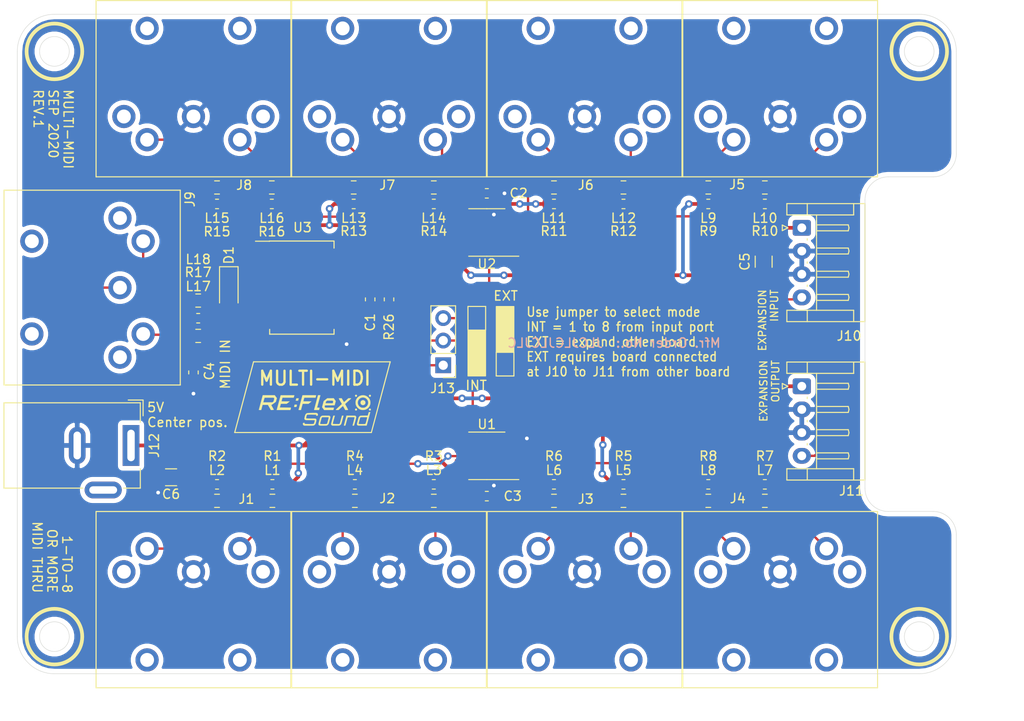
<source format=kicad_pcb>
(kicad_pcb (version 20171130) (host pcbnew 5.1.6)
  (title_block (title Multi-MIDI) (date 2020-09-30) (rev 1) (company "Reflex Sound") (comment 1 "Multi MIDI thru board, which can act as an expander for another one"))
  (layers (0 F.Cu signal) (31 B.Cu signal) (34 B.Paste user) (35 F.Paste user) (36 B.SilkS user) (37 F.SilkS user) (38 B.Mask user) (39 F.Mask user) (44 Edge.Cuts user))
  (net 0 "")
  (net 1 +5V)
  (net 2 GNDD)
  (net 3 "Net-(D1-Pad1)")
  (net 4 "Net-(D1-Pad2)")
  (net 5 "Net-(J1-Pad5)")
  (net 6 "Net-(J1-Pad4)")
  (net 7 "Net-(J2-Pad4)")
  (net 8 "Net-(J2-Pad5)")
  (net 9 "Net-(J3-Pad5)")
  (net 10 "Net-(J3-Pad4)")
  (net 11 "Net-(J4-Pad4)")
  (net 12 "Net-(J4-Pad5)")
  (net 13 "Net-(J5-Pad5)")
  (net 14 "Net-(J5-Pad4)")
  (net 15 "Net-(J6-Pad4)")
  (net 16 "Net-(J6-Pad5)")
  (net 17 "Net-(J7-Pad5)")
  (net 18 "Net-(J7-Pad4)")
  (net 19 "Net-(J8-Pad4)")
  (net 20 "Net-(J8-Pad5)")
  (net 21 "Net-(J9-Pad5)")
  (net 22 "Net-(J9-Pad4)")
  (net 23 /MIDI_IN)
  (net 24 "Net-(L1-Pad1)")
  (net 25 "Net-(L2-Pad1)")
  (net 26 "Net-(L3-Pad1)")
  (net 27 "Net-(L4-Pad1)")
  (net 28 "Net-(L5-Pad1)")
  (net 29 "Net-(L6-Pad1)")
  (net 30 "Net-(L7-Pad1)")
  (net 31 "Net-(L8-Pad1)")
  (net 32 "Net-(L9-Pad1)")
  (net 33 "Net-(L10-Pad1)")
  (net 34 "Net-(L11-Pad1)")
  (net 35 "Net-(L12-Pad1)")
  (net 36 "Net-(L13-Pad1)")
  (net 37 "Net-(L14-Pad1)")
  (net 38 "Net-(L15-Pad1)")
  (net 39 "Net-(L16-Pad1)")
  (net 40 "Net-(L17-Pad2)")
  (net 41 /BUFFER_A)
  (net 42 /BUFFER_B)
  (net 43 /EXT_MIDI_IN)
  (net 44 /INT_MIDI_IN)
  (net 45 /BUFFER_C)
  (net 46 /BUFFER_D)
  (net 47 "Net-(C4-Pad1)")
  (module multi-midi:DIN-5 (layer F.Cu) (at 112.395 125.965 90)
    (fp_text reference J1 (at 10.8395 5.715 180) (layer F.SilkS))
    (fp_text value DIN-5_180degree)
    (pad 4 thru_hole circle (at 5.5 5 90) (size 2.5 2.5) (drill 1.5) (layers *.Cu *.Mask) (net 6 "Net-(J1-Pad4)"))
    (pad 5 thru_hole circle (at 5.5 -5 90) (size 2.5 2.5) (drill 1.5) (layers *.Cu *.Mask) (net 5 "Net-(J1-Pad5)"))
    (pad 1 thru_hole circle (at 3 7.5 90) (size 2.5 2.5) (drill 1.5) (layers *.Cu *.Mask))
    (pad 2 thru_hole circle (at 3 0 90) (size 2.5 2.5) (drill 1.5) (layers *.Cu *.Mask) (net 2 GNDD))
    (pad 3 thru_hole circle (at 3 -7.5 90) (size 2.5 2.5) (drill 1.5) (layers *.Cu *.Mask))
    (pad "" thru_hole circle (at -6.5 5 90) (size 2.5 2.5) (drill 1.5) (layers *.Cu *.Mask))
    (pad "" thru_hole circle (at -6.5 -5 90) (size 2.5 2.5) (drill 1.5) (layers *.Cu *.Mask))
  )
  (module multi-midi:DIN-5 (layer F.Cu) (at 133.477 125.965 90)
    (fp_text reference J2 (at 10.903 -0.1905 180) (layer F.SilkS))
    (fp_text value DIN-5_180degree)
    (pad 4 thru_hole circle (at 5.5 5 90) (size 2.5 2.5) (drill 1.5) (layers *.Cu *.Mask) (net 7 "Net-(J2-Pad4)"))
    (pad 5 thru_hole circle (at 5.5 -5 90) (size 2.5 2.5) (drill 1.5) (layers *.Cu *.Mask) (net 8 "Net-(J2-Pad5)"))
    (pad 1 thru_hole circle (at 3 7.5 90) (size 2.5 2.5) (drill 1.5) (layers *.Cu *.Mask))
    (pad 2 thru_hole circle (at 3 0 90) (size 2.5 2.5) (drill 1.5) (layers *.Cu *.Mask) (net 2 GNDD))
    (pad 3 thru_hole circle (at 3 -7.5 90) (size 2.5 2.5) (drill 1.5) (layers *.Cu *.Mask))
    (pad "" thru_hole circle (at -6.5 5 90) (size 2.5 2.5) (drill 1.5) (layers *.Cu *.Mask))
    (pad "" thru_hole circle (at -6.5 -5 90) (size 2.5 2.5) (drill 1.5) (layers *.Cu *.Mask))
  )
  (module multi-midi:DIN-5 (layer F.Cu) (at 154.559 125.965 90)
    (fp_text reference J3 (at 10.8395 0.127 180) (layer F.SilkS))
    (fp_text value DIN-5_180degree)
    (pad 4 thru_hole circle (at 5.5 5 90) (size 2.5 2.5) (drill 1.5) (layers *.Cu *.Mask) (net 10 "Net-(J3-Pad4)"))
    (pad 5 thru_hole circle (at 5.5 -5 90) (size 2.5 2.5) (drill 1.5) (layers *.Cu *.Mask) (net 9 "Net-(J3-Pad5)"))
    (pad 1 thru_hole circle (at 3 7.5 90) (size 2.5 2.5) (drill 1.5) (layers *.Cu *.Mask))
    (pad 2 thru_hole circle (at 3 0 90) (size 2.5 2.5) (drill 1.5) (layers *.Cu *.Mask) (net 2 GNDD))
    (pad 3 thru_hole circle (at 3 -7.5 90) (size 2.5 2.5) (drill 1.5) (layers *.Cu *.Mask))
    (pad "" thru_hole circle (at -6.5 5 90) (size 2.5 2.5) (drill 1.5) (layers *.Cu *.Mask))
    (pad "" thru_hole circle (at -6.5 -5 90) (size 2.5 2.5) (drill 1.5) (layers *.Cu *.Mask))
  )
  (module multi-midi:DIN-5 (layer F.Cu) (at 175.641 125.965 90)
    (fp_text reference J4 (at 10.903 -4.572 180) (layer F.SilkS))
    (fp_text value DIN-5_180degree)
    (pad 4 thru_hole circle (at 5.5 5 90) (size 2.5 2.5) (drill 1.5) (layers *.Cu *.Mask) (net 11 "Net-(J4-Pad4)"))
    (pad 5 thru_hole circle (at 5.5 -5 90) (size 2.5 2.5) (drill 1.5) (layers *.Cu *.Mask) (net 12 "Net-(J4-Pad5)"))
    (pad 1 thru_hole circle (at 3 7.5 90) (size 2.5 2.5) (drill 1.5) (layers *.Cu *.Mask))
    (pad 2 thru_hole circle (at 3 0 90) (size 2.5 2.5) (drill 1.5) (layers *.Cu *.Mask) (net 2 GNDD))
    (pad 3 thru_hole circle (at 3 -7.5 90) (size 2.5 2.5) (drill 1.5) (layers *.Cu *.Mask))
    (pad "" thru_hole circle (at -6.5 5 90) (size 2.5 2.5) (drill 1.5) (layers *.Cu *.Mask))
    (pad "" thru_hole circle (at -6.5 -5 90) (size 2.5 2.5) (drill 1.5) (layers *.Cu *.Mask))
  )
  (module multi-midi:DIN-5 (layer F.Cu) (at 175.641 70.885 270)
    (fp_text reference J5 (at 10.3315 4.6355 180) (layer F.SilkS))
    (fp_text value DIN-5_180degree)
    (pad 4 thru_hole circle (at 5.5 5 270) (size 2.5 2.5) (drill 1.5) (layers *.Cu *.Mask) (net 14 "Net-(J5-Pad4)"))
    (pad 5 thru_hole circle (at 5.5 -5 270) (size 2.5 2.5) (drill 1.5) (layers *.Cu *.Mask) (net 13 "Net-(J5-Pad5)"))
    (pad 1 thru_hole circle (at 3 7.5 270) (size 2.5 2.5) (drill 1.5) (layers *.Cu *.Mask))
    (pad 2 thru_hole circle (at 3 0 270) (size 2.5 2.5) (drill 1.5) (layers *.Cu *.Mask) (net 2 GNDD))
    (pad 3 thru_hole circle (at 3 -7.5 270) (size 2.5 2.5) (drill 1.5) (layers *.Cu *.Mask))
    (pad "" thru_hole circle (at -6.5 5 270) (size 2.5 2.5) (drill 1.5) (layers *.Cu *.Mask))
    (pad "" thru_hole circle (at -6.5 -5 270) (size 2.5 2.5) (drill 1.5) (layers *.Cu *.Mask))
  )
  (module multi-midi:DIN-5 (layer F.Cu) (at 154.559 70.885 270)
    (fp_text reference J6 (at 10.395 -0.127 180) (layer F.SilkS))
    (fp_text value DIN-5_180degree)
    (pad 4 thru_hole circle (at 5.5 5 270) (size 2.5 2.5) (drill 1.5) (layers *.Cu *.Mask) (net 15 "Net-(J6-Pad4)"))
    (pad 5 thru_hole circle (at 5.5 -5 270) (size 2.5 2.5) (drill 1.5) (layers *.Cu *.Mask) (net 16 "Net-(J6-Pad5)"))
    (pad 1 thru_hole circle (at 3 7.5 270) (size 2.5 2.5) (drill 1.5) (layers *.Cu *.Mask))
    (pad 2 thru_hole circle (at 3 0 270) (size 2.5 2.5) (drill 1.5) (layers *.Cu *.Mask) (net 2 GNDD))
    (pad 3 thru_hole circle (at 3 -7.5 270) (size 2.5 2.5) (drill 1.5) (layers *.Cu *.Mask))
    (pad "" thru_hole circle (at -6.5 5 270) (size 2.5 2.5) (drill 1.5) (layers *.Cu *.Mask))
    (pad "" thru_hole circle (at -6.5 -5 270) (size 2.5 2.5) (drill 1.5) (layers *.Cu *.Mask))
  )
  (module multi-midi:DIN-5 (layer F.Cu) (at 133.477 70.885 270)
    (fp_text reference J7 (at 10.395 0.1905 180) (layer F.SilkS))
    (fp_text value DIN-5_180degree)
    (pad 4 thru_hole circle (at 5.5 5 270) (size 2.5 2.5) (drill 1.5) (layers *.Cu *.Mask) (net 18 "Net-(J7-Pad4)"))
    (pad 5 thru_hole circle (at 5.5 -5 270) (size 2.5 2.5) (drill 1.5) (layers *.Cu *.Mask) (net 17 "Net-(J7-Pad5)"))
    (pad 1 thru_hole circle (at 3 7.5 270) (size 2.5 2.5) (drill 1.5) (layers *.Cu *.Mask))
    (pad 2 thru_hole circle (at 3 0 270) (size 2.5 2.5) (drill 1.5) (layers *.Cu *.Mask) (net 2 GNDD))
    (pad 3 thru_hole circle (at 3 -7.5 270) (size 2.5 2.5) (drill 1.5) (layers *.Cu *.Mask))
    (pad "" thru_hole circle (at -6.5 5 270) (size 2.5 2.5) (drill 1.5) (layers *.Cu *.Mask))
    (pad "" thru_hole circle (at -6.5 -5 270) (size 2.5 2.5) (drill 1.5) (layers *.Cu *.Mask))
  )
  (module multi-midi:DIN-5 (layer F.Cu) (at 112.395 70.885 270)
    (fp_text reference J8 (at 10.395 -5.461 180) (layer F.SilkS))
    (fp_text value DIN-5_180degree)
    (pad 4 thru_hole circle (at 5.5 5 270) (size 2.5 2.5) (drill 1.5) (layers *.Cu *.Mask) (net 19 "Net-(J8-Pad4)"))
    (pad 5 thru_hole circle (at 5.5 -5 270) (size 2.5 2.5) (drill 1.5) (layers *.Cu *.Mask) (net 20 "Net-(J8-Pad5)"))
    (pad 1 thru_hole circle (at 3 7.5 270) (size 2.5 2.5) (drill 1.5) (layers *.Cu *.Mask))
    (pad 2 thru_hole circle (at 3 0 270) (size 2.5 2.5) (drill 1.5) (layers *.Cu *.Mask) (net 2 GNDD))
    (pad 3 thru_hole circle (at 3 -7.5 270) (size 2.5 2.5) (drill 1.5) (layers *.Cu *.Mask))
    (pad "" thru_hole circle (at -6.5 5 270) (size 2.5 2.5) (drill 1.5) (layers *.Cu *.Mask))
    (pad "" thru_hole circle (at -6.5 -5 270) (size 2.5 2.5) (drill 1.5) (layers *.Cu *.Mask))
  )
  (module multi-midi:DIN-5 (layer F.Cu) (at 101.473 92.329)
    (fp_text reference J9 (at 10.541 -9.525 90) (layer F.SilkS))
    (fp_text value DIN-5_180degree)
    (pad 4 thru_hole circle (at 5.5 5) (size 2.5 2.5) (drill 1.5) (layers *.Cu *.Mask) (net 22 "Net-(J9-Pad4)"))
    (pad 5 thru_hole circle (at 5.5 -5) (size 2.5 2.5) (drill 1.5) (layers *.Cu *.Mask) (net 21 "Net-(J9-Pad5)"))
    (pad 1 thru_hole circle (at 3 7.5) (size 2.5 2.5) (drill 1.5) (layers *.Cu *.Mask))
    (pad 2 thru_hole circle (at 3 0) (size 2.5 2.5) (drill 1.5) (layers *.Cu *.Mask) (net 47 "Net-(C4-Pad1)"))
    (pad 3 thru_hole circle (at 3 -7.5) (size 2.5 2.5) (drill 1.5) (layers *.Cu *.Mask))
    (pad "" thru_hole circle (at -6.5 5) (size 2.5 2.5) (drill 1.5) (layers *.Cu *.Mask))
    (pad "" thru_hole circle (at -6.5 -5) (size 2.5 2.5) (drill 1.5) (layers *.Cu *.Mask))
  )
  (module multi-midi:logo-mono-12.1-3.3 (layer F.Cu) (at 125.476 105.537)
    (fp_text reference G*** hide)
    (fp_text value LOGO hide)
  )
  (module Capacitor_SMD:C_0603_1608Metric (layer F.Cu) (at 131.445 93.599 270)
    (fp_text reference C1 (at 2.4765 0 90) (layer F.SilkS))
    (fp_text value 100n)
    (pad 1 smd roundrect (at -0.7875 0 270) (size 0.875 0.95) (layers F.Cu F.Paste F.Mask) (net 1 +5V))
    (pad 2 smd roundrect (at 0.7875 0 270) (size 0.875 0.95) (layers F.Cu F.Paste F.Mask) (net 2 GNDD))
  )
  (module Capacitor_SMD:C_0603_1608Metric (layer F.Cu) (at 144.018 82.169)
    (fp_text reference C2 (at 3.429 0) (layer F.SilkS))
    (fp_text value 100n)
    (pad 2 smd roundrect (at 0.7875 0) (size 0.875 0.95) (layers F.Cu F.Paste F.Mask) (net 2 GNDD))
    (pad 1 smd roundrect (at -0.7875 0) (size 0.875 0.95) (layers F.Cu F.Paste F.Mask) (net 1 +5V))
  )
  (module Capacitor_SMD:C_0603_1608Metric (layer F.Cu) (at 112.395 101.473 270)
    (fp_text reference C4 (at -0.127 -1.7145 90) (layer F.SilkS))
    (fp_text value 100n)
    (pad 1 smd roundrect (at -0.7875 0 270) (size 0.875 0.95) (layers F.Cu F.Paste F.Mask) (net 47 "Net-(C4-Pad1)"))
    (pad 2 smd roundrect (at 0.7875 0 270) (size 0.875 0.95) (layers F.Cu F.Paste F.Mask) (net 2 GNDD))
  )
  (module Capacitor_SMD:C_1206_3216Metric (layer F.Cu) (at 173.863 89.535 270)
    (fp_text reference C5 (at 0 2.032 90) (layer F.SilkS))
    (fp_text value 47n)
    (pad 2 smd roundrect (at 1.4 0 270) (size 1.25 1.75) (layers F.Cu F.Paste F.Mask) (roundrect_rratio 0.2) (net 2 GNDD))
    (pad 1 smd roundrect (at -1.4 0 270) (size 1.25 1.75) (layers F.Cu F.Paste F.Mask) (roundrect_rratio 0.2) (net 1 +5V))
  )
  (module Connector_JST:JST_EH_S4B-EH_1x04_P2.50mm_Horizontal (layer F.Cu) (at 177.973 85.885 270)
    (fp_text reference J10 (at 11.651 -5.0975 180) (layer F.SilkS))
    (fp_text value Conn_01x04_Male)
    (pad 1 thru_hole roundrect (at 0 0 270) (size 1.7 1.95) (drill 0.95) (layers *.Cu *.Mask) (roundrect_rratio 0.147059) (net 1 +5V))
    (pad 2 thru_hole oval (at 2.5 0 270) (size 1.7 1.95) (drill 0.95) (layers *.Cu *.Mask) (net 2 GNDD))
    (pad 3 thru_hole oval (at 5 0 270) (size 1.7 1.95) (drill 0.95) (layers *.Cu *.Mask) (net 2 GNDD))
    (pad 4 thru_hole oval (at 7.5 0 270) (size 1.7 1.95) (drill 0.95) (layers *.Cu *.Mask) (net 43 /EXT_MIDI_IN))
  )
  (module Connector_JST:JST_EH_S4B-EH_1x04_P2.50mm_Horizontal (layer F.Cu) (at 177.973 102.965 270)
    (fp_text reference J11 (at 11.2715 -5.3515 180) (layer F.SilkS))
    (fp_text value Conn_01x04_Male)
    (pad 4 thru_hole oval (at 7.5 0 270) (size 1.7 1.95) (drill 0.95) (layers *.Cu *.Mask) (net 23 /MIDI_IN))
    (pad 3 thru_hole oval (at 5 0 270) (size 1.7 1.95) (drill 0.95) (layers *.Cu *.Mask) (net 2 GNDD))
    (pad 2 thru_hole oval (at 2.5 0 270) (size 1.7 1.95) (drill 0.95) (layers *.Cu *.Mask) (net 2 GNDD))
    (pad 1 thru_hole roundrect (at 0 0 270) (size 1.7 1.95) (drill 0.95) (layers *.Cu *.Mask) (roundrect_rratio 0.147059) (net 1 +5V))
  )
  (module Connector_BarrelJack:BarrelJack_Wuerth_6941xx301002 (layer F.Cu) (at 105.664 109.347 270)
    (fp_text reference J12 (at 0 -2.5 90) (layer F.SilkS))
    (fp_text value Barrel_Jack_Switch)
    (pad 3 thru_hole oval (at 4.8 3) (size 4 1.8) (drill oval 3 0.8) (layers *.Cu *.Mask))
    (pad 2 thru_hole oval (at 0 5.8 270) (size 4 1.8) (drill oval 3 0.8) (layers *.Cu *.Mask) (net 2 GNDD))
    (pad 1 thru_hole rect (at 0 0 270) (size 4.4 1.8) (drill oval 3.4 0.8) (layers *.Cu *.Mask) (net 1 +5V))
  )
  (module Connector_PinHeader_2.54mm:PinHeader_1x03_P2.54mm_Vertical (layer F.Cu) (at 139.319 100.7 180)
    (fp_text reference J13 (at 0.0635 -2.4875) (layer F.SilkS))
    (fp_text value Conn_01x03_Male)
    (pad 1 thru_hole rect (at 0 0 180) (size 1.7 1.7) (drill 1) (layers *.Cu *.Mask) (net 44 /INT_MIDI_IN))
    (pad 2 thru_hole oval (at 0 2.663 180) (size 1.7 1.7) (drill 1) (layers *.Cu *.Mask) (net 23 /MIDI_IN))
    (pad 3 thru_hole oval (at 0 5.08 180) (size 1.7 1.7) (drill 1) (layers *.Cu *.Mask) (net 43 /EXT_MIDI_IN))
  )
  (module Resistor_SMD:R_0603_1608Metric (layer F.Cu) (at 120.904 113.538 180)
    (fp_text reference R1 (at 0 3.048) (layer F.SilkS))
    (fp_text value 220)
    (pad 2 smd roundrect (at 0.7875 0 180) (size 0.875 0.95) (layers F.Cu F.Paste F.Mask) (net 24 "Net-(L1-Pad1)"))
    (pad 1 smd roundrect (at -0.7875 0 180) (size 0.875 0.95) (layers F.Cu F.Paste F.Mask) (net 1 +5V))
  )
  (module Resistor_SMD:R_0603_1608Metric (layer F.Cu) (at 114.935 113.538 180)
    (fp_text reference R2 (at 0 3.048) (layer F.SilkS))
    (fp_text value 220)
    (pad 2 smd roundrect (at 0.7875 0 180) (size 0.875 0.95) (layers F.Cu F.Paste F.Mask) (net 25 "Net-(L2-Pad1)"))
    (pad 1 smd roundrect (at -0.7875 0 180) (size 0.875 0.95) (layers F.Cu F.Paste F.Mask) (net 41 /BUFFER_A))
  )
  (module Resistor_SMD:R_0603_1608Metric (layer F.Cu) (at 138.303 113.538 180)
    (fp_text reference R3 (at 0 3.048) (layer F.SilkS))
    (fp_text value 220)
    (pad 2 smd roundrect (at 0.7875 0 180) (size 0.875 0.95) (layers F.Cu F.Paste F.Mask) (net 26 "Net-(L3-Pad1)"))
    (pad 1 smd roundrect (at -0.7875 0 180) (size 0.875 0.95) (layers F.Cu F.Paste F.Mask) (net 1 +5V))
  )
  (module Resistor_SMD:R_0603_1608Metric (layer F.Cu) (at 129.794 113.538 180)
    (fp_text reference R4 (at 0 3.048) (layer F.SilkS))
    (fp_text value 220)
    (pad 1 smd roundrect (at -0.7875 0 180) (size 0.875 0.95) (layers F.Cu F.Paste F.Mask) (net 41 /BUFFER_A))
    (pad 2 smd roundrect (at 0.7875 0 180) (size 0.875 0.95) (layers F.Cu F.Paste F.Mask) (net 27 "Net-(L4-Pad1)"))
  )
  (module Resistor_SMD:R_0603_1608Metric (layer F.Cu) (at 158.75 113.538)
    (fp_text reference R5 (at 0 -3.048) (layer F.SilkS))
    (fp_text value 220)
    (pad 2 smd roundrect (at 0.7875 0) (size 0.875 0.95) (layers F.Cu F.Paste F.Mask) (net 28 "Net-(L5-Pad1)"))
    (pad 1 smd roundrect (at -0.7875 0) (size 0.875 0.95) (layers F.Cu F.Paste F.Mask) (net 1 +5V))
  )
  (module Resistor_SMD:R_0603_1608Metric (layer F.Cu) (at 151.257 113.538)
    (fp_text reference R6 (at 0 -3.048) (layer F.SilkS))
    (fp_text value 220)
    (pad 1 smd roundrect (at -0.7875 0) (size 0.875 0.95) (layers F.Cu F.Paste F.Mask) (net 42 /BUFFER_B))
    (pad 2 smd roundrect (at 0.7875 0) (size 0.875 0.95) (layers F.Cu F.Paste F.Mask) (net 29 "Net-(L6-Pad1)"))
  )
  (module Resistor_SMD:R_0603_1608Metric (layer F.Cu) (at 173.99 113.538)
    (fp_text reference R7 (at 0 -3.048) (layer F.SilkS))
    (fp_text value 220)
    (pad 2 smd roundrect (at 0.7875 0) (size 0.875 0.95) (layers F.Cu F.Paste F.Mask) (net 30 "Net-(L7-Pad1)"))
    (pad 1 smd roundrect (at -0.7875 0) (size 0.875 0.95) (layers F.Cu F.Paste F.Mask) (net 1 +5V))
  )
  (module Resistor_SMD:R_0603_1608Metric (layer F.Cu) (at 167.894 113.538)
    (fp_text reference R8 (at 0 -3.048) (layer F.SilkS))
    (fp_text value 220)
    (pad 2 smd roundrect (at 0.7875 0) (size 0.875 0.95) (layers F.Cu F.Paste F.Mask) (net 31 "Net-(L8-Pad1)"))
    (pad 1 smd roundrect (at -0.7875 0) (size 0.875 0.95) (layers F.Cu F.Paste F.Mask) (net 42 /BUFFER_B))
  )
  (module Resistor_SMD:R_0603_1608Metric (layer F.Cu) (at 167.894 83.312)
    (fp_text reference R9 (at 0 2.921) (layer F.SilkS))
    (fp_text value 220)
    (pad 1 smd roundrect (at -0.7875 0) (size 0.875 0.95) (layers F.Cu F.Paste F.Mask) (net 1 +5V))
    (pad 2 smd roundrect (at 0.7875 0) (size 0.875 0.95) (layers F.Cu F.Paste F.Mask) (net 32 "Net-(L9-Pad1)"))
  )
  (module Resistor_SMD:R_0603_1608Metric (layer F.Cu) (at 173.99 83.312)
    (fp_text reference R10 (at 0 2.921) (layer F.SilkS))
    (fp_text value 220)
    (pad 2 smd roundrect (at 0.7875 0) (size 0.875 0.95) (layers F.Cu F.Paste F.Mask) (net 33 "Net-(L10-Pad1)"))
    (pad 1 smd roundrect (at -0.7875 0) (size 0.875 0.95) (layers F.Cu F.Paste F.Mask) (net 45 /BUFFER_C))
  )
  (module Resistor_SMD:R_0603_1608Metric (layer F.Cu) (at 151.257 83.312)
    (fp_text reference R11 (at 0 2.921) (layer F.SilkS))
    (fp_text value 220)
    (pad 1 smd roundrect (at -0.7875 0) (size 0.875 0.95) (layers F.Cu F.Paste F.Mask) (net 1 +5V))
    (pad 2 smd roundrect (at 0.7875 0) (size 0.875 0.95) (layers F.Cu F.Paste F.Mask) (net 34 "Net-(L11-Pad1)"))
  )
  (module Resistor_SMD:R_0603_1608Metric (layer F.Cu) (at 158.75 83.312)
    (fp_text reference R12 (at 0 2.921) (layer F.SilkS))
    (fp_text value 220)
    (pad 2 smd roundrect (at 0.7875 0) (size 0.875 0.95) (layers F.Cu F.Paste F.Mask) (net 35 "Net-(L12-Pad1)"))
    (pad 1 smd roundrect (at -0.7875 0) (size 0.875 0.95) (layers F.Cu F.Paste F.Mask) (net 45 /BUFFER_C))
  )
  (module Resistor_SMD:R_0603_1608Metric (layer F.Cu) (at 129.667 83.312)
    (fp_text reference R13 (at 0 2.921) (layer F.SilkS))
    (fp_text value 220)
    (pad 1 smd roundrect (at -0.7875 0) (size 0.875 0.95) (layers F.Cu F.Paste F.Mask) (net 1 +5V))
    (pad 2 smd roundrect (at 0.7875 0) (size 0.875 0.95) (layers F.Cu F.Paste F.Mask) (net 36 "Net-(L13-Pad1)"))
  )
  (module Resistor_SMD:R_0603_1608Metric (layer F.Cu) (at 138.303 83.312)
    (fp_text reference R14 (at 0 2.921) (layer F.SilkS))
    (fp_text value 220)
    (pad 1 smd roundrect (at -0.7875 0) (size 0.875 0.95) (layers F.Cu F.Paste F.Mask) (net 46 /BUFFER_D))
    (pad 2 smd roundrect (at 0.7875 0) (size 0.875 0.95) (layers F.Cu F.Paste F.Mask) (net 37 "Net-(L14-Pad1)"))
  )
  (module Resistor_SMD:R_0603_1608Metric (layer F.Cu) (at 114.935 83.312)
    (fp_text reference R15 (at 0 2.9845) (layer F.SilkS))
    (fp_text value 220)
    (pad 1 smd roundrect (at -0.7875 0) (size 0.875 0.95) (layers F.Cu F.Paste F.Mask) (net 1 +5V))
    (pad 2 smd roundrect (at 0.7875 0) (size 0.875 0.95) (layers F.Cu F.Paste F.Mask) (net 38 "Net-(L15-Pad1)"))
  )
  (module Resistor_SMD:R_0603_1608Metric (layer F.Cu) (at 120.8405 83.312)
    (fp_text reference R16 (at 0 2.9845) (layer F.SilkS))
    (fp_text value 220)
    (pad 2 smd roundrect (at 0.7875 0) (size 0.875 0.95) (layers F.Cu F.Paste F.Mask) (net 39 "Net-(L16-Pad1)"))
    (pad 1 smd roundrect (at -0.7875 0) (size 0.875 0.95) (layers F.Cu F.Paste F.Mask) (net 46 /BUFFER_D))
  )
  (module Resistor_SMD:R_0603_1608Metric (layer F.Cu) (at 112.903 95.631 180)
    (fp_text reference R17 (at 0 4.953) (layer F.SilkS))
    (fp_text value 220)
    (pad 1 smd roundrect (at -0.7875 0 180) (size 0.875 0.95) (layers F.Cu F.Paste F.Mask) (net 3 "Net-(D1-Pad1)"))
    (pad 2 smd roundrect (at 0.7875 0 180) (size 0.875 0.95) (layers F.Cu F.Paste F.Mask) (net 40 "Net-(L17-Pad2)"))
  )
  (module Resistor_SMD:R_0603_1608Metric (layer F.Cu) (at 133.477 93.599 90)
    (fp_text reference R26 (at -2.9845 0 90) (layer F.SilkS))
    (fp_text value 10k)
    (pad 1 smd roundrect (at -0.7875 0 90) (size 0.875 0.95) (layers F.Cu F.Paste F.Mask) (net 44 /INT_MIDI_IN))
    (pad 2 smd roundrect (at 0.7875 0 90) (size 0.875 0.95) (layers F.Cu F.Paste F.Mask) (net 1 +5V))
  )
  (module Package_SO:SOIC-8_3.9x4.9mm_P1.27mm (layer F.Cu) (at 144.018 86.385 180)
    (fp_text reference U2 (at 0 -3.4) (layer F.SilkS))
    (fp_text value LM358)
    (pad 1 smd roundrect (at -2.475 -1.905 180) (size 1.95 0.6) (layers F.Cu F.Paste F.Mask) (net 45 /BUFFER_C))
    (pad 2 smd roundrect (at -2.475 -0.635 180) (size 1.95 0.6) (layers F.Cu F.Paste F.Mask) (net 45 /BUFFER_C))
    (pad 3 smd roundrect (at -2.475 0.635 180) (size 1.95 0.6) (layers F.Cu F.Paste F.Mask) (net 23 /MIDI_IN))
    (pad 4 smd roundrect (at -2.475 1.905 180) (size 1.95 0.6) (layers F.Cu F.Paste F.Mask) (net 2 GNDD))
    (pad 5 smd roundrect (at 2.475 1.905 180) (size 1.95 0.6) (layers F.Cu F.Paste F.Mask) (net 23 /MIDI_IN))
    (pad 6 smd roundrect (at 2.475 0.635 180) (size 1.95 0.6) (layers F.Cu F.Paste F.Mask) (net 46 /BUFFER_D))
    (pad 7 smd roundrect (at 2.475 -0.635 180) (size 1.95 0.6) (layers F.Cu F.Paste F.Mask) (net 46 /BUFFER_D))
    (pad 8 smd roundrect (at 2.475 -1.905 180) (size 1.95 0.6) (layers F.Cu F.Paste F.Mask) (net 1 +5V))
  )
  (module Capacitor_SMD:C_0603_1608Metric (layer F.Cu) (at 144.018 114.808)
    (fp_text reference C3 (at 2.794 0) (layer F.SilkS))
    (fp_text value 100n)
    (pad 1 smd roundrect (at -0.7875 0) (size 0.875 0.95) (layers F.Cu F.Paste F.Mask) (net 1 +5V))
    (pad 2 smd roundrect (at 0.7875 0) (size 0.875 0.95) (layers F.Cu F.Paste F.Mask) (net 2 GNDD))
  )
  (module Capacitor_SMD:C_1206_3216Metric (layer F.Cu) (at 109.982 112.776 180)
    (fp_text reference C6 (at 0 -1.82) (layer F.SilkS))
    (fp_text value 47n)
    (pad 1 smd roundrect (at -1.4 0 180) (size 1.25 1.75) (layers F.Cu F.Paste F.Mask) (roundrect_rratio 0.2) (net 1 +5V))
    (pad 2 smd roundrect (at 1.4 0 180) (size 1.25 1.75) (layers F.Cu F.Paste F.Mask) (roundrect_rratio 0.2) (net 2 GNDD))
  )
  (module Diode_SMD:D_SOD-123 (layer F.Cu) (at 116.205 92.329 270)
    (fp_text reference D1 (at -3.4925 0 90) (layer F.SilkS))
    (fp_text value 1N4148W)
    (pad 1 smd rect (at -1.65 0 270) (size 0.9 1.2) (layers F.Cu F.Paste F.Mask) (net 3 "Net-(D1-Pad1)"))
    (pad 2 smd rect (at 1.65 0 270) (size 0.9 1.2) (layers F.Cu F.Paste F.Mask) (net 4 "Net-(D1-Pad2)"))
  )
  (module Package_SO:SOIC-8_3.9x4.9mm_P1.27mm (layer F.Cu) (at 144.018 110.465 180)
    (fp_text reference U1 (at 0 3.404) (layer F.SilkS))
    (fp_text value LM358)
    (pad 1 smd roundrect (at -2.475 -1.905 180) (size 1.95 0.6) (layers F.Cu F.Paste F.Mask) (net 42 /BUFFER_B))
    (pad 2 smd roundrect (at -2.475 -0.635 180) (size 1.95 0.6) (layers F.Cu F.Paste F.Mask) (net 42 /BUFFER_B))
    (pad 3 smd roundrect (at -2.475 0.635 180) (size 1.95 0.6) (layers F.Cu F.Paste F.Mask) (net 23 /MIDI_IN))
    (pad 4 smd roundrect (at -2.475 1.905 180) (size 1.95 0.6) (layers F.Cu F.Paste F.Mask) (net 2 GNDD))
    (pad 5 smd roundrect (at 2.475 1.905 180) (size 1.95 0.6) (layers F.Cu F.Paste F.Mask) (net 23 /MIDI_IN))
    (pad 6 smd roundrect (at 2.475 0.635 180) (size 1.95 0.6) (layers F.Cu F.Paste F.Mask) (net 41 /BUFFER_A))
    (pad 7 smd roundrect (at 2.475 -0.635 180) (size 1.95 0.6) (layers F.Cu F.Paste F.Mask) (net 41 /BUFFER_A))
    (pad 8 smd roundrect (at 2.475 -1.905 180) (size 1.95 0.6) (layers F.Cu F.Paste F.Mask) (net 1 +5V))
  )
  (module Package_SO:SSO-8_6.7x9.8mm_P2.54mm_Clearance8mm (layer F.Cu) (at 124.079 92.329)
    (fp_text reference U3 (at 0.0635 -6.477) (layer F.SilkS))
    (fp_text value 6N137)
    (pad 1 smd rect (at -4.76 -3.81) (size 1.52 1.78) (layers F.Cu F.Paste F.Mask))
    (pad 2 smd rect (at -4.76 -1.27) (size 1.52 1.75) (layers F.Cu F.Paste F.Mask) (net 3 "Net-(D1-Pad1)"))
    (pad 3 smd rect (at -4.76 1.27) (size 1.52 1.78) (layers F.Cu F.Paste F.Mask) (net 4 "Net-(D1-Pad2)"))
    (pad 4 smd rect (at -4.76 3.81) (size 1.52 1.78) (layers F.Cu F.Paste F.Mask))
    (pad 5 smd rect (at 4.76 3.81) (size 1.52 1.78) (layers F.Cu F.Paste F.Mask) (net 2 GNDD))
    (pad 6 smd rect (at 4.76 1.27) (size 1.52 1.78) (layers F.Cu F.Paste F.Mask) (net 44 /INT_MIDI_IN))
    (pad 7 smd rect (at 4.76 -1.27) (size 1.52 1.78) (layers F.Cu F.Paste F.Mask))
    (pad 8 smd rect (at 4.76 -3.81) (size 1.52 1.78) (layers F.Cu F.Paste F.Mask) (net 1 +5V))
  )
  (module Inductor_SMD:L_0805_2012Metric (layer F.Cu) (at 120.904 115.316 180)
    (fp_text reference L1 (at 0 3.302) (layer F.SilkS))
    (fp_text value SDFL2012S100KTF)
    (pad 1 smd roundrect (at -0.9375 0 180) (size 0.975 1.4) (layers F.Cu F.Paste F.Mask) (net 24 "Net-(L1-Pad1)"))
    (pad 2 smd roundrect (at 0.9375 0 180) (size 0.975 1.4) (layers F.Cu F.Paste F.Mask) (net 6 "Net-(J1-Pad4)"))
  )
  (module Inductor_SMD:L_0805_2012Metric (layer F.Cu) (at 114.935 115.316 180)
    (fp_text reference L2 (at 0 3.302) (layer F.SilkS))
    (fp_text value SDFL2012S100KTF)
    (pad 2 smd roundrect (at 0.9375 0 180) (size 0.975 1.4) (layers F.Cu F.Paste F.Mask) (net 5 "Net-(J1-Pad5)"))
    (pad 1 smd roundrect (at -0.9375 0 180) (size 0.975 1.4) (layers F.Cu F.Paste F.Mask) (net 25 "Net-(L2-Pad1)"))
  )
  (module Inductor_SMD:L_0805_2012Metric (layer F.Cu) (at 138.303 115.316 180)
    (fp_text reference L3 (at 0 3.302) (layer F.SilkS))
    (fp_text value SDFL2012S100KTF)
    (pad 1 smd roundrect (at -0.9375 0 180) (size 0.975 1.4) (layers F.Cu F.Paste F.Mask) (net 26 "Net-(L3-Pad1)"))
    (pad 2 smd roundrect (at 0.9375 0 180) (size 0.975 1.4) (layers F.Cu F.Paste F.Mask) (net 7 "Net-(J2-Pad4)"))
  )
  (module Inductor_SMD:L_0805_2012Metric (layer F.Cu) (at 129.794 115.316 180)
    (fp_text reference L4 (at 0 3.302) (layer F.SilkS))
    (fp_text value SDFL2012S100KTF)
    (pad 2 smd roundrect (at 0.9375 0 180) (size 0.975 1.4) (layers F.Cu F.Paste F.Mask) (net 8 "Net-(J2-Pad5)"))
    (pad 1 smd roundrect (at -0.9375 0 180) (size 0.975 1.4) (layers F.Cu F.Paste F.Mask) (net 27 "Net-(L4-Pad1)"))
  )
  (module Inductor_SMD:L_0805_2012Metric (layer F.Cu) (at 158.75 115.316)
    (fp_text reference L5 (at 0 -3.302) (layer F.SilkS))
    (fp_text value SDFL2012S100KTF)
    (pad 1 smd roundrect (at -0.9375 0) (size 0.975 1.4) (layers F.Cu F.Paste F.Mask) (net 28 "Net-(L5-Pad1)"))
    (pad 2 smd roundrect (at 0.9375 0) (size 0.975 1.4) (layers F.Cu F.Paste F.Mask) (net 10 "Net-(J3-Pad4)"))
  )
  (module Inductor_SMD:L_0805_2012Metric (layer F.Cu) (at 151.257 115.316)
    (fp_text reference L6 (at 0 -3.302) (layer F.SilkS))
    (fp_text value SDFL2012S100KTF)
    (pad 2 smd roundrect (at 0.9375 0) (size 0.975 1.4) (layers F.Cu F.Paste F.Mask) (net 9 "Net-(J3-Pad5)"))
    (pad 1 smd roundrect (at -0.9375 0) (size 0.975 1.4) (layers F.Cu F.Paste F.Mask) (net 29 "Net-(L6-Pad1)"))
  )
  (module Inductor_SMD:L_0805_2012Metric (layer F.Cu) (at 173.99 115.316)
    (fp_text reference L7 (at 0 -3.302) (layer F.SilkS))
    (fp_text value SDFL2012S100KTF)
    (pad 2 smd roundrect (at 0.9375 0) (size 0.975 1.4) (layers F.Cu F.Paste F.Mask) (net 11 "Net-(J4-Pad4)"))
    (pad 1 smd roundrect (at -0.9375 0) (size 0.975 1.4) (layers F.Cu F.Paste F.Mask) (net 30 "Net-(L7-Pad1)"))
  )
  (module Inductor_SMD:L_0805_2012Metric (layer F.Cu) (at 167.894 115.316)
    (fp_text reference L8 (at 0 -3.302) (layer F.SilkS))
    (fp_text value SDFL2012S100KTF)
    (pad 1 smd roundrect (at -0.9375 0) (size 0.975 1.4) (layers F.Cu F.Paste F.Mask) (net 31 "Net-(L8-Pad1)"))
    (pad 2 smd roundrect (at 0.9375 0) (size 0.975 1.4) (layers F.Cu F.Paste F.Mask) (net 12 "Net-(J4-Pad5)"))
  )
  (module Inductor_SMD:L_0805_2012Metric (layer F.Cu) (at 167.894 81.534)
    (fp_text reference L9 (at 0 3.302) (layer F.SilkS))
    (fp_text value SDFL2012S100KTF)
    (pad 2 smd roundrect (at 0.9375 0) (size 0.975 1.4) (layers F.Cu F.Paste F.Mask) (net 14 "Net-(J5-Pad4)"))
    (pad 1 smd roundrect (at -0.9375 0) (size 0.975 1.4) (layers F.Cu F.Paste F.Mask) (net 32 "Net-(L9-Pad1)"))
  )
  (module Inductor_SMD:L_0805_2012Metric (layer F.Cu) (at 173.99 81.534)
    (fp_text reference L10 (at 0 3.302) (layer F.SilkS))
    (fp_text value SDFL2012S100KTF)
    (pad 2 smd roundrect (at 0.9375 0) (size 0.975 1.4) (layers F.Cu F.Paste F.Mask) (net 13 "Net-(J5-Pad5)"))
    (pad 1 smd roundrect (at -0.9375 0) (size 0.975 1.4) (layers F.Cu F.Paste F.Mask) (net 33 "Net-(L10-Pad1)"))
  )
  (module Inductor_SMD:L_0805_2012Metric (layer F.Cu) (at 151.257 81.534)
    (fp_text reference L11 (at 0 3.302) (layer F.SilkS))
    (fp_text value SDFL2012S100KTF)
    (pad 2 smd roundrect (at 0.9375 0) (size 0.975 1.4) (layers F.Cu F.Paste F.Mask) (net 15 "Net-(J6-Pad4)"))
    (pad 1 smd roundrect (at -0.9375 0) (size 0.975 1.4) (layers F.Cu F.Paste F.Mask) (net 34 "Net-(L11-Pad1)"))
  )
  (module Inductor_SMD:L_0805_2012Metric (layer F.Cu) (at 158.75 81.534)
    (fp_text reference L12 (at 0 3.302) (layer F.SilkS))
    (fp_text value SDFL2012S100KTF)
    (pad 1 smd roundrect (at -0.9375 0) (size 0.975 1.4) (layers F.Cu F.Paste F.Mask) (net 35 "Net-(L12-Pad1)"))
    (pad 2 smd roundrect (at 0.9375 0) (size 0.975 1.4) (layers F.Cu F.Paste F.Mask) (net 16 "Net-(J6-Pad5)"))
  )
  (module Inductor_SMD:L_0805_2012Metric (layer F.Cu) (at 129.667 81.534)
    (fp_text reference L13 (at 0 3.302) (layer F.SilkS))
    (fp_text value SDFL2012S100KTF)
    (pad 1 smd roundrect (at -0.9375 0) (size 0.975 1.4) (layers F.Cu F.Paste F.Mask) (net 36 "Net-(L13-Pad1)"))
    (pad 2 smd roundrect (at 0.9375 0) (size 0.975 1.4) (layers F.Cu F.Paste F.Mask) (net 18 "Net-(J7-Pad4)"))
  )
  (module Inductor_SMD:L_0805_2012Metric (layer F.Cu) (at 138.303 81.534)
    (fp_text reference L14 (at 0 3.302) (layer F.SilkS))
    (fp_text value SDFL2012S100KTF)
    (pad 2 smd roundrect (at 0.9375 0) (size 0.975 1.4) (layers F.Cu F.Paste F.Mask) (net 17 "Net-(J7-Pad5)"))
    (pad 1 smd roundrect (at -0.9375 0) (size 0.975 1.4) (layers F.Cu F.Paste F.Mask) (net 37 "Net-(L14-Pad1)"))
  )
  (module Inductor_SMD:L_0805_2012Metric (layer F.Cu) (at 114.935 81.534)
    (fp_text reference L15 (at 0 3.302) (layer F.SilkS))
    (fp_text value SDFL2012S100KTF)
    (pad 1 smd roundrect (at -0.9375 0) (size 0.975 1.4) (layers F.Cu F.Paste F.Mask) (net 38 "Net-(L15-Pad1)"))
    (pad 2 smd roundrect (at 0.9375 0) (size 0.975 1.4) (layers F.Cu F.Paste F.Mask) (net 19 "Net-(J8-Pad4)"))
  )
  (module Inductor_SMD:L_0805_2012Metric (layer F.Cu) (at 120.8405 81.534)
    (fp_text reference L16 (at 0 3.302) (layer F.SilkS))
    (fp_text value SDFL2012S100KTF)
    (pad 1 smd roundrect (at -0.9375 0) (size 0.975 1.4) (layers F.Cu F.Paste F.Mask) (net 39 "Net-(L16-Pad1)"))
    (pad 2 smd roundrect (at 0.9375 0) (size 0.975 1.4) (layers F.Cu F.Paste F.Mask) (net 20 "Net-(J8-Pad5)"))
  )
  (module Inductor_SMD:L_0805_2012Metric (layer F.Cu) (at 112.903 97.536)
    (fp_text reference L17 (at 0 -5.334) (layer F.SilkS))
    (fp_text value SDFL2012S100KTF)
    (pad 1 smd roundrect (at -0.9375 0) (size 0.975 1.4) (layers F.Cu F.Paste F.Mask) (net 22 "Net-(J9-Pad4)"))
    (pad 2 smd roundrect (at 0.9375 0) (size 0.975 1.4) (layers F.Cu F.Paste F.Mask) (net 40 "Net-(L17-Pad2)"))
  )
  (module Inductor_SMD:L_0805_2012Metric (layer F.Cu) (at 112.903 93.726)
    (fp_text reference L18 (at 0 -4.445) (layer F.SilkS))
    (fp_text value SDFL2012S100KTF)
    (pad 2 smd roundrect (at 0.9375 0) (size 0.975 1.4) (layers F.Cu F.Paste F.Mask) (net 4 "Net-(D1-Pad2)"))
    (pad 1 smd roundrect (at -0.9375 0) (size 0.975 1.4) (layers F.Cu F.Paste F.Mask) (net 21 "Net-(J9-Pad5)"))
  )
  (gr_text JLCJLCJLCJLC (at 151.384 98.298) (layer B.SilkS) (effects (font (size 1 1)) (justify mirror)))
  (gr_text "Mfr. Order No.:" (at 163.576 98.298) (layer B.SilkS) (effects (font (size 1 1)) (justify mirror)))
  (gr_text "1-TO-8\nOR MORE\nMIDI THRU" (at 97.155 125.349 270) (layer F.SilkS) (effects (font (size 1 1)) (justify right)))
  (gr_text "MULTI-MIDI\nSEP 2020\nREV.1\n" (at 97.282 70.866 270) (layer F.SilkS) (effects (font (size 1 1)) (justify left)))
  (gr_line (start 133.604 100.33) (end 118.872 100.33) (layer F.SilkS) (width 0.12))
  (gr_line (start 131.572 107.95) (end 133.604 100.33) (layer F.SilkS) (width 0.12))
  (gr_line (start 116.84 107.95) (end 131.572 107.95) (layer F.SilkS) (width 0.12))
  (gr_line (start 118.872 100.33) (end 116.84 107.95) (layer F.SilkS) (width 0.12))
  (gr_text MULTI-MIDI (at 125.476 102.108) (layer F.SilkS) (effects (font (size 1.5 1.4) (thickness 0.25))))
  (gr_circle (center 97.405 66.865) (end 100.405 66.865) (layer F.SilkS) (width 0.4))
  (gr_circle (center 97.405 129.955) (end 100.405 129.955) (layer F.SilkS) (width 0.4))
  (gr_circle (center 190.631 129.955) (end 193.631 129.955) (layer F.SilkS) (width 0.4))
  (gr_circle (center 190.631 66.865) (end 193.631 66.865) (layer F.SilkS) (width 0.4))
  (gr_text "EXPANSION\nINPUT" (at 174.371 92.456 90) (layer F.SilkS) (effects (font (size 0.8 0.8) (thickness 0.13)) (justify right)))
  (gr_text "EXPANSION\nOUTPUT" (at 174.498 100.076 90) (layer F.SilkS) (effects (font (size 0.8 0.8) (thickness 0.13)) (justify right)))
  (gr_text "MIDI IN" (at 115.824 100.584 90) (layer F.SilkS) (effects (font (size 1 1))))
  (gr_text "5V\nCenter pos." (at 107.315 106.045) (layer F.SilkS) (effects (font (size 1 1)) (justify left)))
  (gr_text "Use jumper to select mode\nINT = 1 to 8 from input port\nEXT = expand other board\nEXT requires board connected\nat J10 to J11 from other board" (at 148.209 98.171) (layer F.SilkS) (effects (font (size 1 0.9)) (justify left)))
  (gr_text INT (at 142.875 102.87) (layer F.SilkS) (effects (font (size 1 1))))
  (gr_text EXT (at 146.05 93.218) (layer F.SilkS) (effects (font (size 1 1))))
  (gr_line (start 143.891 94.361) (end 143.891 96.901) (layer F.SilkS) (width 0.12))
  (gr_line (start 141.986 94.361) (end 143.891 94.361) (layer F.SilkS) (width 0.12))
  (gr_line (start 141.986 96.901) (end 141.986 94.361) (layer F.SilkS) (width 0.12))
  (gr_poly (pts (xy 143.891 101.854) (xy 141.986 101.854) (xy 141.986 96.901) (xy 143.891 96.901)) (layer F.SilkS) (width 0.1))
  (gr_line (start 145.034 101.854) (end 145.161 101.854) (layer F.SilkS) (width 0.12))
  (gr_line (start 145.034 99.314) (end 145.034 101.854) (layer F.SilkS) (width 0.12))
  (gr_line (start 146.939 101.854) (end 146.939 99.314) (layer F.SilkS) (width 0.12))
  (gr_line (start 145.161 101.854) (end 146.939 101.854) (layer F.SilkS) (width 0.12))
  (gr_poly (pts (xy 146.939 99.314) (xy 145.034 99.314) (xy 145.034 94.361) (xy 146.939 94.361)) (layer F.SilkS) (width 0.1))
  (gr_arc (start 97.405 129.955) (end 93.405 129.955) (angle -90) (layer Edge.Cuts) (width 0.05))
  (gr_arc (start 190.631 129.955) (end 190.631 133.955) (angle -90) (layer Edge.Cuts) (width 0.05))
  (gr_arc (start 97.405 66.865) (end 97.405 62.865) (angle -90) (layer Edge.Cuts) (width 0.05))
  (gr_arc (start 190.631 66.865) (end 194.631 66.865) (angle -90) (layer Edge.Cuts) (width 0.05))
  (gr_arc (start 192.131 118.959) (end 194.631 118.959) (angle -90) (layer Edge.Cuts) (width 0.05))
  (gr_arc (start 187.285 113.959) (end 184.785 113.959) (angle -90) (layer Edge.Cuts) (width 0.05))
  (gr_arc (start 192.131 77.891) (end 192.131 80.391) (angle -90) (layer Edge.Cuts) (width 0.05))
  (gr_arc (start 187.285 82.891) (end 187.284999 80.391001) (angle -89.99997708) (layer Edge.Cuts) (width 0.05))
  (gr_line (start 194.631 129.955) (end 194.631 118.959) (layer Edge.Cuts) (width 0.05))
  (gr_line (start 194.631 66.865) (end 194.631 77.891) (layer Edge.Cuts) (width 0.05))
  (gr_line (start 187.285 116.459) (end 192.131 116.459) (layer Edge.Cuts) (width 0.05))
  (gr_line (start 184.785 82.891) (end 184.785 113.959) (layer Edge.Cuts) (width 0.05))
  (gr_line (start 187.285 80.391) (end 192.131 80.391) (layer Edge.Cuts) (width 0.05))
  (gr_line (start 93.405 129.955) (end 93.405 66.865) (layer Edge.Cuts) (width 0.05))
  (gr_line (start 190.631 133.955) (end 97.405 133.955) (layer Edge.Cuts) (width 0.05))
  (gr_line (start 97.405 62.865) (end 190.631 62.865) (layer Edge.Cuts) (width 0.05))
  (gr_circle (center 190.631 129.955) (end 192.231 129.955) (layer Edge.Cuts) (width 0.05))
  (gr_circle (center 97.405 129.955) (end 99.005 129.955) (layer Edge.Cuts) (width 0.05))
  (gr_circle (center 190.631 66.865) (end 192.231 66.865) (layer Edge.Cuts) (width 0.05))
  (gr_circle (center 97.405 66.865) (end 99.005 66.865) (layer Edge.Cuts) (width 0.05))
  (segment (start 124.841 100.3935) (end 124.841 89.916) (width 0.4) (layer F.Cu) (net 1))
  (segment (start 126.238 88.519) (end 128.839 88.519) (width 0.4) (layer F.Cu) (net 1))
  (segment (start 130.81 88.519) (end 128.839 88.519) (width 0.4) (layer F.Cu) (net 1))
  (segment (start 131.953 88.519) (end 130.81 88.519) (width 0.4) (layer F.Cu) (net 1))
  (segment (start 132.4355 89.0015) (end 131.953 88.519) (width 0.4) (layer F.Cu) (net 1))
  (segment (start 132.1055 92.7605) (end 132.4355 92.4305) (width 0.4) (layer F.Cu) (net 1))
  (segment (start 132.1055 92.8115) (end 132.1055 92.7605) (width 0.25) (layer F.Cu) (net 1))
  (segment (start 132.4355 92.4305) (end 132.4355 89.0015) (width 0.4) (layer F.Cu) (net 1))
  (segment (start 132.4355 92.8115) (end 132.4355 92.4305) (width 0.4) (layer F.Cu) (net 1))
  (segment (start 132.4355 92.8115) (end 132.1055 92.8115) (width 0.4) (layer F.Cu) (net 1))
  (segment (start 132.1055 92.8115) (end 131.445 92.8115) (width 0.4) (layer F.Cu) (net 1))
  (segment (start 132.7405 92.7355) (end 132.4355 92.4305) (width 0.4) (layer F.Cu) (net 1))
  (segment (start 132.7405 92.8115) (end 132.7405 92.7355) (width 0.4) (layer F.Cu) (net 1))
  (segment (start 133.477 92.8115) (end 132.7405 92.8115) (width 0.4) (layer F.Cu) (net 1))
  (segment (start 132.7405 92.8115) (end 132.4355 92.8115) (width 0.4) (layer F.Cu) (net 1))
  (segment (start 141.543 112.37) (end 142.85 112.37) (width 0.4) (layer F.Cu) (net 1))
  (segment (start 143.2305 112.7505) (end 143.2305 114.808) (width 0.4) (layer F.Cu) (net 1))
  (segment (start 142.85 112.37) (end 143.2305 112.7505) (width 0.4) (layer F.Cu) (net 1))
  (segment (start 124.968 88.519) (end 124.841 88.646) (width 0.4) (layer F.Cu) (net 1))
  (segment (start 142.596 88.29) (end 143.2305 87.6555) (width 0.4) (layer F.Cu) (net 1))
  (segment (start 141.543 88.29) (end 142.596 88.29) (width 0.4) (layer F.Cu) (net 1))
  (segment (start 140.437 112.37) (end 141.543 112.37) (width 0.4) (layer F.Cu) (net 1))
  (segment (start 121.6915 113.538) (end 122.8725 113.538) (width 0.4) (layer F.Cu) (net 1))
  (segment (start 123.698 112.7125) (end 123.698 112.3315) (width 0.4) (layer F.Cu) (net 1))
  (via (at 123.698 112.3315) (size 0.8) (drill 0.4) (layers F.Cu B.Cu) (net 1))
  (segment (start 122.8725 113.538) (end 123.698 112.7125) (width 0.4) (layer F.Cu) (net 1))
  (via (at 123.7615 109.347) (size 0.8) (drill 0.4) (layers F.Cu B.Cu) (net 1))
  (segment (start 123.698 109.4105) (end 123.7615 109.347) (width 0.4) (layer B.Cu) (net 1))
  (segment (start 123.698 112.3315) (end 123.698 109.4105) (width 0.4) (layer B.Cu) (net 1))
  (segment (start 139.0905 113.538) (end 139.269 113.538) (width 0.4) (layer F.Cu) (net 1))
  (segment (start 140.1445 112.0775) (end 140.1445 112.6625) (width 0.4) (layer F.Cu) (net 1))
  (segment (start 140.1445 112.6625) (end 140.08775 112.71925) (width 0.4) (layer F.Cu) (net 1))
  (segment (start 140.08775 112.71925) (end 140.437 112.37) (width 0.4) (layer F.Cu) (net 1))
  (segment (start 139.269 113.538) (end 140.08775 112.71925) (width 0.4) (layer F.Cu) (net 1))
  (segment (start 137.414 109.347) (end 140.1445 112.0775) (width 0.4) (layer F.Cu) (net 1))
  (segment (start 140.1445 112.0775) (end 140.437 112.37) (width 0.4) (layer F.Cu) (net 1))
  (segment (start 124.2695 109.347) (end 124.841 108.7755) (width 0.4) (layer F.Cu) (net 1))
  (segment (start 124.206 109.347) (end 124.2695 109.347) (width 0.4) (layer F.Cu) (net 1))
  (segment (start 124.841 109.347) (end 124.841 108.7755) (width 0.4) (layer F.Cu) (net 1))
  (segment (start 123.7615 109.347) (end 124.206 109.347) (width 0.4) (layer F.Cu) (net 1))
  (segment (start 124.206 109.347) (end 124.841 109.347) (width 0.4) (layer F.Cu) (net 1))
  (segment (start 124.841 108.7755) (end 125.4125 109.347) (width 0.4) (layer F.Cu) (net 1))
  (segment (start 125.4125 109.347) (end 137.414 109.347) (width 0.4) (layer F.Cu) (net 1))
  (segment (start 124.841 109.347) (end 125.4125 109.347) (width 0.4) (layer F.Cu) (net 1))
  (via (at 141.351 104.267) (size 0.8) (drill 0.4) (layers F.Cu B.Cu) (net 1))
  (via (at 143.51 104.267) (size 0.8) (drill 0.4) (layers F.Cu B.Cu) (net 1))
  (segment (start 141.351 104.267) (end 143.51 104.267) (width 0.4) (layer B.Cu) (net 1))
  (segment (start 176.1175 102.965) (end 177.973 102.965) (width 0.4) (layer F.Cu) (net 1))
  (segment (start 174.8155 104.267) (end 176.1175 102.965) (width 0.4) (layer F.Cu) (net 1))
  (segment (start 173.2025 104.2925) (end 173.228 104.267) (width 0.4) (layer F.Cu) (net 1))
  (via (at 156.464 112.395) (size 0.8) (drill 0.4) (layers F.Cu B.Cu) (net 1))
  (segment (start 157.607 113.538) (end 156.464 112.395) (width 0.4) (layer F.Cu) (net 1))
  (segment (start 157.9625 113.538) (end 157.607 113.538) (width 0.4) (layer F.Cu) (net 1))
  (via (at 156.5275 109.2835) (size 0.8) (drill 0.4) (layers F.Cu B.Cu) (net 1))
  (segment (start 156.464 109.347) (end 156.5275 109.2835) (width 0.4) (layer B.Cu) (net 1))
  (segment (start 156.464 112.395) (end 156.464 109.347) (width 0.4) (layer B.Cu) (net 1))
  (segment (start 156.5275 104.3305) (end 156.591 104.267) (width 0.4) (layer F.Cu) (net 1))
  (segment (start 155.8925 104.267) (end 156.5275 104.902) (width 0.4) (layer F.Cu) (net 1))
  (segment (start 156.5275 104.902) (end 156.5275 104.3305) (width 0.4) (layer F.Cu) (net 1))
  (segment (start 156.5275 109.2835) (end 156.5275 104.902) (width 0.4) (layer F.Cu) (net 1))
  (segment (start 143.51 104.267) (end 155.829 104.267) (width 0.4) (layer F.Cu) (net 1))
  (segment (start 155.829 104.267) (end 155.8925 104.267) (width 0.4) (layer F.Cu) (net 1))
  (segment (start 155.829 104.267) (end 156.591 104.267) (width 0.4) (layer F.Cu) (net 1))
  (segment (start 156.5275 104.902) (end 157.1625 104.267) (width 0.4) (layer F.Cu) (net 1))
  (segment (start 156.591 104.267) (end 157.1625 104.267) (width 0.4) (layer F.Cu) (net 1))
  (segment (start 172.2755 104.267) (end 172.5295 104.267) (width 0.4) (layer F.Cu) (net 1))
  (segment (start 173.2025 104.94) (end 173.2025 104.2925) (width 0.4) (layer F.Cu) (net 1))
  (segment (start 173.2025 113.538) (end 173.2025 104.94) (width 0.4) (layer F.Cu) (net 1))
  (segment (start 157.1625 104.267) (end 172.2755 104.267) (width 0.4) (layer F.Cu) (net 1))
  (segment (start 172.5295 104.267) (end 173.2025 104.94) (width 0.4) (layer F.Cu) (net 1))
  (segment (start 172.2755 104.267) (end 173.228 104.267) (width 0.4) (layer F.Cu) (net 1))
  (segment (start 173.2025 104.864) (end 173.7995 104.267) (width 0.4) (layer F.Cu) (net 1))
  (segment (start 173.7995 104.267) (end 174.8155 104.267) (width 0.4) (layer F.Cu) (net 1))
  (segment (start 173.2025 104.94) (end 173.2025 104.864) (width 0.4) (layer F.Cu) (net 1))
  (segment (start 173.228 104.267) (end 173.7995 104.267) (width 0.4) (layer F.Cu) (net 1))
  (segment (start 124.841 103.886) (end 125.222 104.267) (width 0.4) (layer F.Cu) (net 1))
  (segment (start 124.841 103.8225) (end 124.841 103.886) (width 0.4) (layer F.Cu) (net 1))
  (segment (start 124.841 104.267) (end 125.222 104.267) (width 0.4) (layer F.Cu) (net 1))
  (segment (start 124.841 104.267) (end 124.841 103.8225) (width 0.4) (layer F.Cu) (net 1))
  (segment (start 124.841 104.7115) (end 124.841 104.267) (width 0.4) (layer F.Cu) (net 1))
  (segment (start 124.841 86.106) (end 124.333 85.598) (width 0.4) (layer F.Cu) (net 1))
  (segment (start 124.841 86.36) (end 124.841 86.106) (width 0.4) (layer F.Cu) (net 1))
  (segment (start 136.042 88.29) (end 141.543 88.29) (width 0.4) (layer F.Cu) (net 1))
  (segment (start 133.35 85.598) (end 136.042 88.29) (width 0.4) (layer F.Cu) (net 1))
  (segment (start 124.841 85.979) (end 125.222 85.598) (width 0.4) (layer F.Cu) (net 1))
  (segment (start 124.841 86.36) (end 124.841 85.979) (width 0.4) (layer F.Cu) (net 1))
  (segment (start 124.333 85.598) (end 125.222 85.598) (width 0.4) (layer F.Cu) (net 1))
  (via (at 127.0635 83.82) (size 0.8) (drill 0.4) (layers F.Cu B.Cu) (net 1))
  (segment (start 127.5715 83.312) (end 127.0635 83.82) (width 0.4) (layer F.Cu) (net 1))
  (segment (start 128.8795 83.312) (end 127.5715 83.312) (width 0.4) (layer F.Cu) (net 1))
  (via (at 127.0635 85.598) (size 0.8) (drill 0.4) (layers F.Cu B.Cu) (net 1))
  (segment (start 127.0635 85.598) (end 133.35 85.598) (width 0.4) (layer F.Cu) (net 1))
  (segment (start 127.0635 83.82) (end 127.0635 85.598) (width 0.4) (layer B.Cu) (net 1))
  (segment (start 125.222 85.598) (end 127.0635 85.598) (width 0.4) (layer F.Cu) (net 1))
  (segment (start 124.841 88.0745) (end 125.2855 88.519) (width 0.4) (layer F.Cu) (net 1))
  (segment (start 124.841 88.011) (end 124.841 88.0745) (width 0.4) (layer F.Cu) (net 1))
  (segment (start 126.238 88.519) (end 125.2855 88.519) (width 0.4) (layer F.Cu) (net 1))
  (segment (start 125.2855 88.519) (end 124.968 88.519) (width 0.4) (layer F.Cu) (net 1))
  (segment (start 124.841 88.646) (end 124.841 88.011) (width 0.4) (layer F.Cu) (net 1))
  (segment (start 124.841 88.011) (end 124.841 86.36) (width 0.4) (layer F.Cu) (net 1))
  (segment (start 125.2855 88.519) (end 124.841 88.9635) (width 0.4) (layer F.Cu) (net 1))
  (segment (start 124.841 88.9635) (end 124.841 88.646) (width 0.4) (layer F.Cu) (net 1))
  (segment (start 124.841 89.916) (end 124.841 88.9635) (width 0.4) (layer F.Cu) (net 1))
  (via (at 149.2885 83.312) (size 0.8) (drill 0.4) (layers F.Cu B.Cu) (net 1))
  (segment (start 150.4695 83.312) (end 149.2885 83.312) (width 0.4) (layer F.Cu) (net 1))
  (via (at 147.574 83.312) (size 0.8) (drill 0.4) (layers F.Cu B.Cu) (net 1))
  (segment (start 149.2885 83.312) (end 147.574 83.312) (width 0.4) (layer B.Cu) (net 1))
  (segment (start 143.3195 83.312) (end 143.2305 83.223) (width 0.4) (layer F.Cu) (net 1))
  (segment (start 143.294 82.9055) (end 143.7005 83.312) (width 0.4) (layer F.Cu) (net 1))
  (segment (start 143.2305 82.9055) (end 143.294 82.9055) (width 0.4) (layer F.Cu) (net 1))
  (segment (start 143.7005 83.312) (end 143.3195 83.312) (width 0.4) (layer F.Cu) (net 1))
  (segment (start 147.574 83.312) (end 143.7005 83.312) (width 0.4) (layer F.Cu) (net 1))
  (segment (start 143.2305 82.169) (end 143.2305 82.9055) (width 0.4) (layer F.Cu) (net 1))
  (segment (start 143.2305 82.9055) (end 143.2305 83.223) (width 0.4) (layer F.Cu) (net 1))
  (segment (start 143.7005 83.3245) (end 143.2305 83.7945) (width 0.4) (layer F.Cu) (net 1))
  (segment (start 143.7005 83.312) (end 143.7005 83.3245) (width 0.4) (layer F.Cu) (net 1))
  (segment (start 143.2305 83.7945) (end 143.2305 87.6555) (width 0.4) (layer F.Cu) (net 1))
  (segment (start 143.2305 83.223) (end 143.2305 83.7945) (width 0.4) (layer F.Cu) (net 1))
  (via (at 142.3035 90.9955) (size 0.8) (drill 0.4) (layers F.Cu B.Cu) (net 1))
  (via (at 145.8595 90.9955) (size 0.8) (drill 0.4) (layers F.Cu B.Cu) (net 1))
  (segment (start 142.3035 90.9955) (end 145.8595 90.9955) (width 0.4) (layer B.Cu) (net 1))
  (via (at 165.7985 83.312) (size 0.8) (drill 0.4) (layers F.Cu B.Cu) (net 1))
  (segment (start 167.1065 83.312) (end 165.7985 83.312) (width 0.4) (layer F.Cu) (net 1))
  (segment (start 165.7985 83.312) (end 165.1635 83.947) (width 0.4) (layer B.Cu) (net 1))
  (segment (start 165.1635 83.947) (end 165.1635 90.9955) (width 0.4) (layer B.Cu) (net 1))
  (via (at 165.1635 90.9955) (size 0.8) (drill 0.4) (layers F.Cu B.Cu) (net 1))
  (segment (start 145.8595 90.9955) (end 165.1635 90.9955) (width 0.4) (layer F.Cu) (net 1))
  (segment (start 124.841 104.648) (end 125.222 104.267) (width 0.4) (layer F.Cu) (net 1))
  (segment (start 124.841 104.7115) (end 124.841 104.648) (width 0.4) (layer F.Cu) (net 1))
  (segment (start 124.841 105.029) (end 125.603 104.267) (width 0.4) (layer F.Cu) (net 1))
  (segment (start 125.603 104.267) (end 141.351 104.267) (width 0.4) (layer F.Cu) (net 1))
  (segment (start 125.222 104.267) (end 125.603 104.267) (width 0.4) (layer F.Cu) (net 1))
  (segment (start 124.841 108.7755) (end 124.841 105.029) (width 0.4) (layer F.Cu) (net 1))
  (segment (start 124.841 105.029) (end 124.841 104.7115) (width 0.4) (layer F.Cu) (net 1))
  (segment (start 125.603 104.267) (end 124.841 103.505) (width 0.4) (layer F.Cu) (net 1))
  (segment (start 124.841 103.505) (end 124.841 100.3935) (width 0.4) (layer F.Cu) (net 1))
  (segment (start 124.841 103.8225) (end 124.841 103.505) (width 0.4) (layer F.Cu) (net 1))
  (segment (start 141.543 90.235) (end 142.3035 90.9955) (width 0.4) (layer F.Cu) (net 1))
  (segment (start 141.543 88.29) (end 141.543 90.235) (width 0.4) (layer F.Cu) (net 1))
  (segment (start 114.1475 84.6835) (end 114.1475 83.312) (width 0.4) (layer F.Cu) (net 1))
  (segment (start 115.062 85.598) (end 114.1475 84.6835) (width 0.4) (layer F.Cu) (net 1))
  (segment (start 124.333 85.598) (end 115.062 85.598) (width 0.4) (layer F.Cu) (net 1))
  (segment (start 174.12 88.135) (end 176.37 85.885) (width 0.4) (layer F.Cu) (net 1))
  (segment (start 173.863 88.135) (end 174.12 88.135) (width 0.4) (layer F.Cu) (net 1))
  (segment (start 176.37 85.885) (end 177.973 85.885) (width 0.4) (layer F.Cu) (net 1))
  (segment (start 173.86 88.138) (end 173.863 88.135) (width 0.4) (layer F.Cu) (net 1))
  (segment (start 172.593 88.138) (end 173.86 88.138) (width 0.4) (layer F.Cu) (net 1))
  (segment (start 169.7355 90.9955) (end 172.593 88.138) (width 0.4) (layer F.Cu) (net 1))
  (segment (start 165.1635 90.9955) (end 169.7355 90.9955) (width 0.4) (layer F.Cu) (net 1))
  (segment (start 111.382 109.477) (end 111.252 109.347) (width 0.4) (layer F.Cu) (net 1))
  (segment (start 110.871 109.347) (end 111.382 109.858) (width 0.4) (layer F.Cu) (net 1))
  (segment (start 111.252 109.347) (end 110.871 109.347) (width 0.4) (layer F.Cu) (net 1))
  (segment (start 111.382 109.858) (end 111.382 109.477) (width 0.4) (layer F.Cu) (net 1))
  (segment (start 111.382 112.776) (end 111.382 109.858) (width 0.4) (layer F.Cu) (net 1))
  (segment (start 110.871 109.347) (end 105.664 109.347) (width 0.4) (layer F.Cu) (net 1))
  (segment (start 111.382 109.852) (end 111.887 109.347) (width 0.4) (layer F.Cu) (net 1))
  (segment (start 111.382 109.858) (end 111.382 109.852) (width 0.4) (layer F.Cu) (net 1))
  (segment (start 111.887 109.347) (end 111.252 109.347) (width 0.4) (layer F.Cu) (net 1))
  (segment (start 123.7615 109.347) (end 111.887 109.347) (width 0.4) (layer F.Cu) (net 1))
  (via (at 112.395 103.759) (size 0.8) (drill 0.4) (layers F.Cu B.Cu) (net 2))
  (segment (start 112.395 102.2605) (end 112.395 103.759) (width 0.4) (layer F.Cu) (net 2))
  (via (at 108.585 114.427) (size 0.8) (drill 0.4) (layers F.Cu B.Cu) (net 2))
  (segment (start 108.582 114.424) (end 108.585 114.427) (width 0.4) (layer F.Cu) (net 2))
  (segment (start 108.582 112.776) (end 108.582 114.424) (width 0.4) (layer F.Cu) (net 2))
  (via (at 128.905 98.425) (size 0.8) (drill 0.4) (layers F.Cu B.Cu) (net 2))
  (segment (start 128.839 98.359) (end 128.905 98.425) (width 0.4) (layer F.Cu) (net 2))
  (segment (start 128.839 96.139) (end 128.839 98.359) (width 0.4) (layer F.Cu) (net 2))
  (segment (start 131.445 94.3865) (end 131.445 95.504) (width 0.4) (layer F.Cu) (net 2))
  (segment (start 130.81 96.139) (end 128.839 96.139) (width 0.4) (layer F.Cu) (net 2))
  (segment (start 131.445 95.504) (end 130.81 96.139) (width 0.4) (layer F.Cu) (net 2))
  (via (at 144.78 113.665) (size 0.8) (drill 0.4) (layers F.Cu B.Cu) (net 2))
  (segment (start 144.8055 113.6905) (end 144.78 113.665) (width 0.4) (layer F.Cu) (net 2))
  (segment (start 144.8055 114.808) (end 144.8055 113.6905) (width 0.4) (layer F.Cu) (net 2))
  (via (at 148.336 108.585) (size 0.8) (drill 0.4) (layers F.Cu B.Cu) (net 2))
  (segment (start 148.311 108.56) (end 148.336 108.585) (width 0.4) (layer F.Cu) (net 2))
  (segment (start 146.493 108.56) (end 148.311 108.56) (width 0.4) (layer F.Cu) (net 2))
  (via (at 145.923 82.169) (size 0.8) (drill 0.4) (layers F.Cu B.Cu) (net 2))
  (segment (start 144.8055 82.169) (end 145.923 82.169) (width 0.4) (layer F.Cu) (net 2))
  (via (at 144.78 84.455) (size 0.8) (drill 0.4) (layers F.Cu B.Cu) (net 2))
  (segment (start 144.805 84.48) (end 144.78 84.455) (width 0.4) (layer F.Cu) (net 2))
  (segment (start 146.493 84.48) (end 144.805 84.48) (width 0.4) (layer F.Cu) (net 2))
  (segment (start 173.913 90.885) (end 173.863 90.935) (width 0.4) (layer F.Cu) (net 2))
  (segment (start 177.973 90.885) (end 173.913 90.885) (width 0.4) (layer F.Cu) (net 2))
  (segment (start 116.585 91.059) (end 116.205 90.679) (width 0.25) (layer F.Cu) (net 3))
  (segment (start 119.319 91.059) (end 120.7135 91.059) (width 0.25) (layer F.Cu) (net 3))
  (segment (start 120.7135 91.059) (end 121.539 91.8845) (width 0.25) (layer F.Cu) (net 3))
  (segment (start 121.539 91.8845) (end 121.539 97.028) (width 0.25) (layer F.Cu) (net 3))
  (segment (start 121.539 97.028) (end 120.7135 97.8535) (width 0.25) (layer F.Cu) (net 3))
  (segment (start 120.7135 97.8535) (end 117.4115 97.8535) (width 0.25) (layer F.Cu) (net 3))
  (segment (start 115.189 95.631) (end 113.6905 95.631) (width 0.25) (layer F.Cu) (net 3))
  (segment (start 117.4115 97.8535) (end 115.189 95.631) (width 0.25) (layer F.Cu) (net 3))
  (segment (start 117.7925 91.059) (end 119.319 91.059) (width 0.25) (layer F.Cu) (net 3))
  (segment (start 117.4125 90.679) (end 117.7925 91.059) (width 0.25) (layer F.Cu) (net 3))
  (segment (start 116.205 90.679) (end 117.4125 90.679) (width 0.25) (layer F.Cu) (net 3))
  (segment (start 117.9195 93.599) (end 119.319 93.599) (width 0.25) (layer F.Cu) (net 4))
  (segment (start 117.5395 93.979) (end 117.9195 93.599) (width 0.25) (layer F.Cu) (net 4))
  (segment (start 116.205 93.979) (end 117.5395 93.979) (width 0.25) (layer F.Cu) (net 4))
  (segment (start 113.6915 93.979) (end 113.6905 93.98) (width 0.25) (layer F.Cu) (net 4))
  (segment (start 115.952 93.726) (end 116.205 93.979) (width 0.25) (layer F.Cu) (net 4))
  (segment (start 114.0935 93.979) (end 113.8405 93.726) (width 0.25) (layer F.Cu) (net 4))
  (segment (start 116.205 93.979) (end 114.0935 93.979) (width 0.25) (layer F.Cu) (net 4))
  (segment (start 114.1475 115.316) (end 114.1475 117.2465) (width 0.25) (layer F.Cu) (net 5))
  (segment (start 110.929 120.465) (end 107.395 120.465) (width 0.25) (layer F.Cu) (net 5))
  (segment (start 114.1475 117.2465) (end 110.929 120.465) (width 0.25) (layer F.Cu) (net 5))
  (segment (start 120.142 115.3415) (end 120.1165 115.316) (width 0.25) (layer F.Cu) (net 6))
  (segment (start 120.142 117.718) (end 120.142 115.3415) (width 0.25) (layer F.Cu) (net 6))
  (segment (start 117.395 120.465) (end 120.142 117.718) (width 0.25) (layer F.Cu) (net 6))
  (segment (start 137.5155 117.1955) (end 137.5155 115.316) (width 0.25) (layer F.Cu) (net 7))
  (segment (start 138.477 118.157) (end 137.5155 117.1955) (width 0.25) (layer F.Cu) (net 7))
  (segment (start 138.477 120.465) (end 138.477 118.157) (width 0.25) (layer F.Cu) (net 7))
  (segment (start 129.0065 117.2465) (end 129.0065 115.316) (width 0.25) (layer F.Cu) (net 8))
  (segment (start 128.477 117.776) (end 129.0065 117.2465) (width 0.25) (layer F.Cu) (net 8))
  (segment (start 128.477 120.465) (end 128.477 117.776) (width 0.25) (layer F.Cu) (net 8))
  (segment (start 152.0445 117.9795) (end 149.559 120.465) (width 0.25) (layer F.Cu) (net 9))
  (segment (start 152.0445 115.316) (end 152.0445 117.9795) (width 0.25) (layer F.Cu) (net 9))
  (segment (start 159.5375 120.4435) (end 159.559 120.465) (width 0.25) (layer F.Cu) (net 10))
  (segment (start 159.5375 115.316) (end 159.5375 120.4435) (width 0.25) (layer F.Cu) (net 10))
  (segment (start 175.492 115.316) (end 180.641 120.465) (width 0.25) (layer F.Cu) (net 11))
  (segment (start 174.7775 115.316) (end 175.492 115.316) (width 0.25) (layer F.Cu) (net 11))
  (segment (start 168.6815 118.5055) (end 170.641 120.465) (width 0.25) (layer F.Cu) (net 12))
  (segment (start 168.6815 115.316) (end 168.6815 118.5055) (width 0.25) (layer F.Cu) (net 12))
  (segment (start 175.492 81.534) (end 180.641 76.385) (width 0.25) (layer F.Cu) (net 13))
  (segment (start 174.7775 81.534) (end 175.492 81.534) (width 0.25) (layer F.Cu) (net 13))
  (segment (start 168.6815 78.3445) (end 170.641 76.385) (width 0.25) (layer F.Cu) (net 14))
  (segment (start 168.6815 81.534) (end 168.6815 78.3445) (width 0.25) (layer F.Cu) (net 14))
  (segment (start 152.273 79.099) (end 149.559 76.385) (width 0.25) (layer F.Cu) (net 15))
  (segment (start 152.273 81.3055) (end 152.273 79.099) (width 0.25) (layer F.Cu) (net 15))
  (segment (start 152.0445 81.534) (end 152.273 81.3055) (width 0.25) (layer F.Cu) (net 15))
  (segment (start 159.5375 76.4065) (end 159.559 76.385) (width 0.25) (layer F.Cu) (net 16))
  (segment (start 159.5375 81.534) (end 159.5375 76.4065) (width 0.25) (layer F.Cu) (net 16))
  (segment (start 139.192 77.1) (end 138.477 76.385) (width 0.25) (layer F.Cu) (net 17))
  (segment (start 139.192 81.4855) (end 139.192 77.1) (width 0.25) (layer F.Cu) (net 17))
  (segment (start 139.2405 81.534) (end 139.192 81.4855) (width 0.25) (layer F.Cu) (net 17))
  (segment (start 130.556 78.464) (end 128.477 76.385) (width 0.25) (layer F.Cu) (net 18))
  (segment (start 130.556 81.4325) (end 130.556 78.464) (width 0.25) (layer F.Cu) (net 18))
  (segment (start 130.4545 81.534) (end 130.556 81.4325) (width 0.25) (layer F.Cu) (net 18))
  (segment (start 110.6115 76.385) (end 107.395 76.385) (width 0.25) (layer F.Cu) (net 19))
  (segment (start 115.7225 81.496) (end 110.6115 76.385) (width 0.25) (layer F.Cu) (net 19))
  (segment (start 115.7225 81.534) (end 115.7225 81.496) (width 0.25) (layer F.Cu) (net 19))
  (segment (start 121.778 80.768) (end 117.395 76.385) (width 0.25) (layer F.Cu) (net 20))
  (segment (start 121.778 81.384) (end 121.778 80.768) (width 0.25) (layer F.Cu) (net 20))
  (segment (start 121.628 81.534) (end 121.778 81.384) (width 0.25) (layer F.Cu) (net 20))
  (segment (start 106.973 91.733) (end 106.973 87.329) (width 0.25) (layer F.Cu) (net 21))
  (segment (start 108.966 93.726) (end 106.973 91.733) (width 0.25) (layer F.Cu) (net 21))
  (segment (start 111.8615 93.726) (end 108.966 93.726) (width 0.25) (layer F.Cu) (net 21))
  (segment (start 112.1155 93.98) (end 111.8615 93.726) (width 0.25) (layer F.Cu) (net 21))
  (segment (start 107.053 97.409) (end 106.973 97.329) (width 0.25) (layer F.Cu) (net 22))
  (segment (start 112.1155 97.409) (end 107.053 97.409) (width 0.25) (layer F.Cu) (net 22))
  (segment (start 144.755 109.83) (end 146.493 109.83) (width 0.25) (layer F.Cu) (net 23))
  (segment (start 143.485 108.56) (end 144.755 109.83) (width 0.25) (layer F.Cu) (net 23))
  (segment (start 141.543 108.56) (end 143.485 108.56) (width 0.25) (layer F.Cu) (net 23))
  (segment (start 141.543 108.56) (end 141.543 107.123) (width 0.25) (layer F.Cu) (net 23))
  (segment (start 141.543 107.123) (end 142.501 106.165) (width 0.25) (layer F.Cu) (net 23))
  (segment (start 141.543 81.723) (end 141.543 84.48) (width 0.25) (layer F.Cu) (net 23))
  (segment (start 142.494 80.772) (end 141.543 81.723) (width 0.25) (layer F.Cu) (net 23))
  (segment (start 147.701 80.772) (end 142.494 80.772) (width 0.25) (layer F.Cu) (net 23))
  (segment (start 148.463 81.534) (end 147.701 80.772) (width 0.25) (layer F.Cu) (net 23))
  (segment (start 148.463 85.344) (end 148.463 81.534) (width 0.25) (layer F.Cu) (net 23))
  (segment (start 148.057 85.75) (end 148.463 85.344) (width 0.25) (layer F.Cu) (net 23))
  (segment (start 146.493 85.75) (end 148.057 85.75) (width 0.25) (layer F.Cu) (net 23))
  (segment (start 179.349 110.465) (end 177.973 110.465) (width 0.25) (layer F.Cu) (net 23))
  (segment (start 180.213 109.601) (end 179.349 110.465) (width 0.25) (layer F.Cu) (net 23))
  (segment (start 180.213 100.076) (end 180.213 109.601) (width 0.25) (layer F.Cu) (net 23))
  (segment (start 178.174 98.037) (end 180.213 100.076) (width 0.25) (layer F.Cu) (net 23))
  (segment (start 142.233 98.037) (end 142.501 98.305) (width 0.25) (layer F.Cu) (net 23))
  (segment (start 142.501 98.305) (end 142.501 98.037) (width 0.25) (layer F.Cu) (net 23))
  (segment (start 142.233 98.037) (end 142.501 98.037) (width 0.25) (layer F.Cu) (net 23))
  (segment (start 142.501 98.291) (end 142.755 98.037) (width 0.25) (layer F.Cu) (net 23))
  (segment (start 142.501 98.305) (end 142.501 98.291) (width 0.25) (layer F.Cu) (net 23))
  (segment (start 142.501 98.037) (end 142.755 98.037) (width 0.25) (layer F.Cu) (net 23))
  (segment (start 144.272 86.487) (end 145.009 85.75) (width 0.25) (layer F.Cu) (net 23))
  (segment (start 145.009 85.75) (end 146.493 85.75) (width 0.25) (layer F.Cu) (net 23))
  (segment (start 144.272 92.5195) (end 144.272 86.487) (width 0.25) (layer F.Cu) (net 23))
  (segment (start 143.383 93.4085) (end 144.272 92.5195) (width 0.25) (layer F.Cu) (net 23))
  (segment (start 137.3505 93.4085) (end 143.383 93.4085) (width 0.25) (layer F.Cu) (net 23))
  (segment (start 136.525 94.234) (end 137.3505 93.4085) (width 0.25) (layer F.Cu) (net 23))
  (segment (start 136.525 97.155) (end 136.525 94.234) (width 0.25) (layer F.Cu) (net 23))
  (segment (start 137.407 98.037) (end 136.525 97.155) (width 0.25) (layer F.Cu) (net 23))
  (segment (start 139.319 98.037) (end 137.407 98.037) (width 0.25) (layer F.Cu) (net 23))
  (segment (start 141.993 98.037) (end 142.501 98.545) (width 0.25) (layer F.Cu) (net 23))
  (segment (start 141.979 98.037) (end 141.993 98.037) (width 0.25) (layer F.Cu) (net 23))
  (segment (start 142.501 106.165) (end 142.501 98.545) (width 0.25) (layer F.Cu) (net 23))
  (segment (start 139.319 98.037) (end 141.979 98.037) (width 0.25) (layer F.Cu) (net 23))
  (segment (start 142.501 98.545) (end 142.501 98.305) (width 0.25) (layer F.Cu) (net 23))
  (segment (start 141.979 98.037) (end 142.233 98.037) (width 0.25) (layer F.Cu) (net 23))
  (segment (start 142.501 98.545) (end 142.501 98.531) (width 0.25) (layer F.Cu) (net 23))
  (segment (start 142.995 98.037) (end 178.174 98.037) (width 0.25) (layer F.Cu) (net 23))
  (segment (start 142.501 98.531) (end 142.995 98.037) (width 0.25) (layer F.Cu) (net 23))
  (segment (start 142.755 98.037) (end 142.995 98.037) (width 0.25) (layer F.Cu) (net 23))
  (segment (start 120.1165 113.741) (end 121.6915 115.316) (width 0.25) (layer F.Cu) (net 24))
  (segment (start 120.1165 113.538) (end 120.1165 113.741) (width 0.25) (layer F.Cu) (net 24))
  (segment (start 114.1475 113.741) (end 115.7225 115.316) (width 0.25) (layer F.Cu) (net 25))
  (segment (start 114.1475 113.538) (end 114.1475 113.741) (width 0.25) (layer F.Cu) (net 25))
  (segment (start 137.5155 113.741) (end 139.0905 115.316) (width 0.25) (layer F.Cu) (net 26))
  (segment (start 137.5155 113.538) (end 137.5155 113.741) (width 0.25) (layer F.Cu) (net 26))
  (segment (start 129.0065 113.741) (end 130.5815 115.316) (width 0.25) (layer F.Cu) (net 27))
  (segment (start 129.0065 113.538) (end 129.0065 113.741) (width 0.25) (layer F.Cu) (net 27))
  (segment (start 157.9625 115.113) (end 159.5375 113.538) (width 0.25) (layer F.Cu) (net 28))
  (segment (start 157.9625 115.316) (end 157.9625 115.113) (width 0.25) (layer F.Cu) (net 28))
  (segment (start 152.0445 113.741) (end 150.4695 115.316) (width 0.25) (layer F.Cu) (net 29))
  (segment (start 152.0445 113.538) (end 152.0445 113.741) (width 0.25) (layer F.Cu) (net 29))
  (segment (start 173.2025 115.113) (end 174.7775 113.538) (width 0.25) (layer F.Cu) (net 30))
  (segment (start 173.2025 115.316) (end 173.2025 115.113) (width 0.25) (layer F.Cu) (net 30))
  (segment (start 167.1065 115.113) (end 168.6815 113.538) (width 0.25) (layer F.Cu) (net 31))
  (segment (start 167.1065 115.316) (end 167.1065 115.113) (width 0.25) (layer F.Cu) (net 31))
  (segment (start 168.6815 83.109) (end 167.1065 81.534) (width 0.25) (layer F.Cu) (net 32))
  (segment (start 168.6815 83.312) (end 168.6815 83.109) (width 0.25) (layer F.Cu) (net 32))
  (segment (start 174.7775 83.109) (end 173.2025 81.534) (width 0.25) (layer F.Cu) (net 33))
  (segment (start 174.7775 83.312) (end 174.7775 83.109) (width 0.25) (layer F.Cu) (net 33))
  (segment (start 150.4695 81.737) (end 152.0445 83.312) (width 0.25) (layer F.Cu) (net 34))
  (segment (start 150.4695 81.534) (end 150.4695 81.737) (width 0.25) (layer F.Cu) (net 34))
  (segment (start 157.9625 81.737) (end 159.5375 83.312) (width 0.25) (layer F.Cu) (net 35))
  (segment (start 157.9625 81.534) (end 157.9625 81.737) (width 0.25) (layer F.Cu) (net 35))
  (segment (start 128.8795 81.737) (end 130.4545 83.312) (width 0.25) (layer F.Cu) (net 36))
  (segment (start 128.8795 81.534) (end 128.8795 81.737) (width 0.25) (layer F.Cu) (net 36))
  (segment (start 137.5155 81.737) (end 139.0905 83.312) (width 0.25) (layer F.Cu) (net 37))
  (segment (start 137.5155 81.534) (end 137.5155 81.737) (width 0.25) (layer F.Cu) (net 37))
  (segment (start 115.7225 83.109) (end 114.1475 81.534) (width 0.25) (layer F.Cu) (net 38))
  (segment (start 115.7225 83.312) (end 115.7225 83.109) (width 0.25) (layer F.Cu) (net 38))
  (segment (start 121.628 83.109) (end 120.053 81.534) (width 0.25) (layer F.Cu) (net 39))
  (segment (start 121.628 83.312) (end 121.628 83.109) (width 0.25) (layer F.Cu) (net 39))
  (segment (start 112.1155 95.834) (end 113.6905 97.409) (width 0.25) (layer F.Cu) (net 40))
  (segment (start 112.1155 95.631) (end 112.1155 95.834) (width 0.25) (layer F.Cu) (net 40))
  (via (at 139.827 110.49) (size 0.8) (drill 0.4) (layers F.Cu B.Cu) (net 41))
  (segment (start 139.8285 110.4915) (end 139.827 110.49) (width 0.25) (layer F.Cu) (net 41))
  (segment (start 141.543 110.4915) (end 139.8285 110.4915) (width 0.25) (layer F.Cu) (net 41))
  (segment (start 141.543 109.83) (end 141.543 110.4915) (width 0.25) (layer F.Cu) (net 41))
  (segment (start 141.543 110.4915) (end 141.543 111.1) (width 0.25) (layer F.Cu) (net 41))
  (via (at 136.5885 111.3155) (size 0.8) (drill 0.4) (layers F.Cu B.Cu) (net 41))
  (segment (start 139.0015 111.3155) (end 136.5885 111.3155) (width 0.25) (layer B.Cu) (net 41))
  (segment (start 139.827 110.49) (end 139.0015 111.3155) (width 0.25) (layer B.Cu) (net 41))
  (segment (start 117.945 111.3155) (end 115.7225 113.538) (width 0.25) (layer F.Cu) (net 41))
  (segment (start 130.5815 111.3535) (end 130.6195 111.3155) (width 0.25) (layer F.Cu) (net 41))
  (segment (start 130.5815 111.595) (end 130.302 111.3155) (width 0.25) (layer F.Cu) (net 41))
  (segment (start 130.302 111.3155) (end 117.945 111.3155) (width 0.25) (layer F.Cu) (net 41))
  (segment (start 130.6195 111.3155) (end 130.302 111.3155) (width 0.25) (layer F.Cu) (net 41))
  (segment (start 130.5815 113.538) (end 130.5815 111.595) (width 0.25) (layer F.Cu) (net 41))
  (segment (start 130.5815 111.595) (end 130.5815 111.3535) (width 0.25) (layer F.Cu) (net 41))
  (segment (start 130.594 111.595) (end 130.8735 111.3155) (width 0.25) (layer F.Cu) (net 41))
  (segment (start 130.5815 111.595) (end 130.594 111.595) (width 0.25) (layer F.Cu) (net 41))
  (segment (start 130.8735 111.3155) (end 130.6195 111.3155) (width 0.25) (layer F.Cu) (net 41))
  (segment (start 136.5885 111.3155) (end 130.8735 111.3155) (width 0.25) (layer F.Cu) (net 41))
  (segment (start 146.493 111.7585) (end 148.0835 111.7585) (width 0.25) (layer F.Cu) (net 42))
  (segment (start 146.493 111.1) (end 146.493 111.7585) (width 0.25) (layer F.Cu) (net 42))
  (segment (start 146.493 111.7585) (end 146.493 112.37) (width 0.25) (layer F.Cu) (net 42))
  (segment (start 148.0835 111.7585) (end 148.59 111.252) (width 0.25) (layer F.Cu) (net 42))
  (segment (start 164.8205 111.252) (end 167.1065 113.538) (width 0.25) (layer F.Cu) (net 42))
  (segment (start 150.4695 111.341) (end 150.5585 111.252) (width 0.25) (layer F.Cu) (net 42))
  (segment (start 150.0505 111.252) (end 150.4695 111.671) (width 0.25) (layer F.Cu) (net 42))
  (segment (start 150.4695 111.671) (end 150.4695 111.341) (width 0.25) (layer F.Cu) (net 42))
  (segment (start 150.4695 113.538) (end 150.4695 111.671) (width 0.25) (layer F.Cu) (net 42))
  (segment (start 148.59 111.252) (end 150.0505 111.252) (width 0.25) (layer F.Cu) (net 42))
  (segment (start 150.0505 111.252) (end 150.5585 111.252) (width 0.25) (layer F.Cu) (net 42))
  (segment (start 150.4695 111.595) (end 150.8125 111.252) (width 0.25) (layer F.Cu) (net 42))
  (segment (start 150.8125 111.252) (end 164.8205 111.252) (width 0.25) (layer F.Cu) (net 42))
  (segment (start 150.4695 111.671) (end 150.4695 111.595) (width 0.25) (layer F.Cu) (net 42))
  (segment (start 150.5585 111.252) (end 150.8125 111.252) (width 0.25) (layer F.Cu) (net 42))
  (segment (start 177.759 93.599) (end 177.973 93.385) (width 0.25) (layer F.Cu) (net 43))
  (segment (start 174.487 93.599) (end 177.759 93.599) (width 0.25) (layer F.Cu) (net 43))
  (segment (start 172.466 95.62) (end 172.524 95.562) (width 0.25) (layer F.Cu) (net 43))
  (segment (start 172.466 95.62) (end 172.905 95.181) (width 0.25) (layer F.Cu) (net 43))
  (segment (start 172.074 95.62) (end 172.466 95.62) (width 0.25) (layer F.Cu) (net 43))
  (segment (start 172.905 95.181) (end 174.487 93.599) (width 0.25) (layer F.Cu) (net 43))
  (segment (start 172.524 95.562) (end 172.905 95.181) (width 0.25) (layer F.Cu) (net 43))
  (segment (start 139.319 95.62) (end 172.074 95.62) (width 0.25) (layer F.Cu) (net 43))
  (segment (start 172.074 95.62) (end 172.328 95.62) (width 0.25) (layer F.Cu) (net 43))
  (segment (start 132.6895 93.599) (end 133.477 94.3865) (width 0.25) (layer F.Cu) (net 44))
  (segment (start 128.839 93.599) (end 132.6895 93.599) (width 0.25) (layer F.Cu) (net 44))
  (segment (start 139.319 100.7) (end 134.482 100.7) (width 0.25) (layer F.Cu) (net 44))
  (segment (start 133.477 99.695) (end 133.477 94.3865) (width 0.25) (layer F.Cu) (net 44))
  (segment (start 134.482 100.7) (end 133.477 99.695) (width 0.25) (layer F.Cu) (net 44))
  (segment (start 173.2025 83.312) (end 173.2025 83.8455) (width 0.25) (layer F.Cu) (net 45))
  (segment (start 173.2025 83.8455) (end 172.4025 84.6455) (width 0.25) (layer F.Cu) (net 45))
  (segment (start 155.829 84.6455) (end 152.8445 87.63) (width 0.25) (layer F.Cu) (net 45))
  (segment (start 152.8445 87.63) (end 146.555 87.63) (width 0.25) (layer F.Cu) (net 45))
  (segment (start 146.555 87.63) (end 146.493 87.692) (width 0.25) (layer F.Cu) (net 45))
  (segment (start 146.493 87.692) (end 146.493 88.29) (width 0.25) (layer F.Cu) (net 45))
  (segment (start 146.493 87.02) (end 146.493 87.692) (width 0.25) (layer F.Cu) (net 45))
  (segment (start 157.9625 84.62) (end 157.988 84.6455) (width 0.25) (layer F.Cu) (net 45))
  (segment (start 157.6195 84.6455) (end 157.9625 84.3025) (width 0.25) (layer F.Cu) (net 45))
  (segment (start 157.5435 84.6455) (end 157.6195 84.6455) (width 0.25) (layer F.Cu) (net 45))
  (segment (start 157.9625 84.3025) (end 157.9625 84.62) (width 0.25) (layer F.Cu) (net 45))
  (segment (start 157.9625 83.312) (end 157.9625 84.3025) (width 0.25) (layer F.Cu) (net 45))
  (segment (start 157.988 84.6455) (end 157.5435 84.6455) (width 0.25) (layer F.Cu) (net 45))
  (segment (start 157.5435 84.6455) (end 155.829 84.6455) (width 0.25) (layer F.Cu) (net 45))
  (segment (start 157.9625 84.3025) (end 157.9625 84.4295) (width 0.25) (layer F.Cu) (net 45))
  (segment (start 157.9625 84.4295) (end 158.1785 84.6455) (width 0.25) (layer F.Cu) (net 45))
  (segment (start 158.1785 84.6455) (end 157.988 84.6455) (width 0.25) (layer F.Cu) (net 45))
  (segment (start 157.9625 84.3025) (end 158.3055 84.6455) (width 0.25) (layer F.Cu) (net 45))
  (segment (start 158.3055 84.6455) (end 158.1785 84.6455) (width 0.25) (layer F.Cu) (net 45))
  (segment (start 172.4025 84.6455) (end 158.3055 84.6455) (width 0.25) (layer F.Cu) (net 45))
  (segment (start 141.543 85.75) (end 141.543 86.3585) (width 0.25) (layer F.Cu) (net 46))
  (segment (start 141.543 86.3585) (end 141.543 87.02) (width 0.25) (layer F.Cu) (net 46))
  (segment (start 120.053 84.0485) (end 120.053 83.312) (width 0.25) (layer F.Cu) (net 46))
  (segment (start 120.688 84.6835) (end 120.053 84.0485) (width 0.25) (layer F.Cu) (net 46))
  (segment (start 137.198 84.6075) (end 137.5155 84.29) (width 0.25) (layer F.Cu) (net 46))
  (segment (start 137.198 84.6835) (end 137.198 84.6075) (width 0.25) (layer F.Cu) (net 46))
  (segment (start 137.5155 84.29) (end 137.5155 83.312) (width 0.25) (layer F.Cu) (net 46))
  (segment (start 137.5155 84.6835) (end 137.5155 84.29) (width 0.25) (layer F.Cu) (net 46))
  (segment (start 137.5155 84.6835) (end 137.198 84.6835) (width 0.25) (layer F.Cu) (net 46))
  (segment (start 137.198 84.6835) (end 120.688 84.6835) (width 0.25) (layer F.Cu) (net 46))
  (segment (start 140.27 86.3585) (end 138.595 84.6835) (width 0.25) (layer F.Cu) (net 46))
  (segment (start 141.543 86.3585) (end 140.27 86.3585) (width 0.25) (layer F.Cu) (net 46))
  (segment (start 137.5155 84.315) (end 137.884 84.6835) (width 0.25) (layer F.Cu) (net 46))
  (segment (start 137.5155 84.29) (end 137.5155 84.315) (width 0.25) (layer F.Cu) (net 46))
  (segment (start 137.884 84.6835) (end 137.5155 84.6835) (width 0.25) (layer F.Cu) (net 46))
  (segment (start 138.595 84.6835) (end 137.884 84.6835) (width 0.25) (layer F.Cu) (net 46))
  (segment (start 112.3695 100.711) (end 112.395 100.6855) (width 0.25) (layer F.Cu) (net 47))
  (segment (start 110.109 100.711) (end 112.3695 100.711) (width 0.25) (layer F.Cu) (net 47))
  (segment (start 103.124 102.235) (end 108.585 102.235) (width 0.25) (layer F.Cu) (net 47))
  (segment (start 108.585 102.235) (end 110.109 100.711) (width 0.25) (layer F.Cu) (net 47))
  (segment (start 102.108 92.9005) (end 102.108 101.219) (width 0.25) (layer F.Cu) (net 47))
  (segment (start 102.108 101.219) (end 103.124 102.235) (width 0.25) (layer F.Cu) (net 47))
  (segment (start 102.6795 92.329) (end 102.108 92.9005) (width 0.25) (layer F.Cu) (net 47))
  (segment (start 104.473 92.329) (end 102.6795 92.329) (width 0.25) (layer F.Cu) (net 47))
  (zone (net 2) (net_name GNDD) (layer B.Cu) (connect_pads (clearance 0.508)) (min_thickness 0.254) (fill yes (arc_segments 32) (thermal_gap 0.508) (thermal_bridge_width 0.508))
    (polygon (pts (xy 194.691 80.645) (xy 186.563 80.645) (xy 185.039 83.185) (xy 185.039 113.157) (xy 188.087 116.205) (xy 194.691 116.205) (xy 194.691 133.985) (xy 93.091 133.985) (xy 93.091 62.865) (xy 194.691 62.865)))
  )
)
</source>
